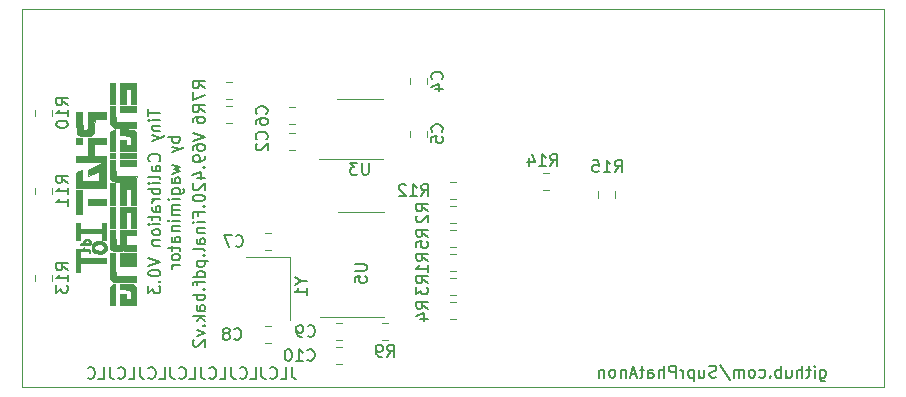
<source format=gbr>
G04 #@! TF.GenerationSoftware,KiCad,Pcbnew,5.1.10*
G04 #@! TF.CreationDate,2021-09-21T16:03:23-04:00*
G04 #@! TF.ProjectId,tinycalibrator,74696e79-6361-46c6-9962-7261746f722e,rev?*
G04 #@! TF.SameCoordinates,Original*
G04 #@! TF.FileFunction,Legend,Bot*
G04 #@! TF.FilePolarity,Positive*
%FSLAX46Y46*%
G04 Gerber Fmt 4.6, Leading zero omitted, Abs format (unit mm)*
G04 Created by KiCad (PCBNEW 5.1.10) date 2021-09-21 16:03:23*
%MOMM*%
%LPD*%
G01*
G04 APERTURE LIST*
%ADD10C,0.150000*%
G04 #@! TA.AperFunction,Profile*
%ADD11C,0.050000*%
G04 #@! TD*
%ADD12C,0.010000*%
%ADD13C,0.120000*%
G04 APERTURE END LIST*
D10*
X164590857Y-109513714D02*
X164590857Y-110323238D01*
X164638476Y-110418476D01*
X164686095Y-110466095D01*
X164781333Y-110513714D01*
X164924190Y-110513714D01*
X165019428Y-110466095D01*
X164590857Y-110132761D02*
X164686095Y-110180380D01*
X164876571Y-110180380D01*
X164971809Y-110132761D01*
X165019428Y-110085142D01*
X165067047Y-109989904D01*
X165067047Y-109704190D01*
X165019428Y-109608952D01*
X164971809Y-109561333D01*
X164876571Y-109513714D01*
X164686095Y-109513714D01*
X164590857Y-109561333D01*
X164114666Y-110180380D02*
X164114666Y-109513714D01*
X164114666Y-109180380D02*
X164162285Y-109228000D01*
X164114666Y-109275619D01*
X164067047Y-109228000D01*
X164114666Y-109180380D01*
X164114666Y-109275619D01*
X163781333Y-109513714D02*
X163400380Y-109513714D01*
X163638476Y-109180380D02*
X163638476Y-110037523D01*
X163590857Y-110132761D01*
X163495619Y-110180380D01*
X163400380Y-110180380D01*
X163067047Y-110180380D02*
X163067047Y-109180380D01*
X162638476Y-110180380D02*
X162638476Y-109656571D01*
X162686095Y-109561333D01*
X162781333Y-109513714D01*
X162924190Y-109513714D01*
X163019428Y-109561333D01*
X163067047Y-109608952D01*
X161733714Y-109513714D02*
X161733714Y-110180380D01*
X162162285Y-109513714D02*
X162162285Y-110037523D01*
X162114666Y-110132761D01*
X162019428Y-110180380D01*
X161876571Y-110180380D01*
X161781333Y-110132761D01*
X161733714Y-110085142D01*
X161257523Y-110180380D02*
X161257523Y-109180380D01*
X161257523Y-109561333D02*
X161162285Y-109513714D01*
X160971809Y-109513714D01*
X160876571Y-109561333D01*
X160828952Y-109608952D01*
X160781333Y-109704190D01*
X160781333Y-109989904D01*
X160828952Y-110085142D01*
X160876571Y-110132761D01*
X160971809Y-110180380D01*
X161162285Y-110180380D01*
X161257523Y-110132761D01*
X160352761Y-110085142D02*
X160305142Y-110132761D01*
X160352761Y-110180380D01*
X160400380Y-110132761D01*
X160352761Y-110085142D01*
X160352761Y-110180380D01*
X159448000Y-110132761D02*
X159543238Y-110180380D01*
X159733714Y-110180380D01*
X159828952Y-110132761D01*
X159876571Y-110085142D01*
X159924190Y-109989904D01*
X159924190Y-109704190D01*
X159876571Y-109608952D01*
X159828952Y-109561333D01*
X159733714Y-109513714D01*
X159543238Y-109513714D01*
X159448000Y-109561333D01*
X158876571Y-110180380D02*
X158971809Y-110132761D01*
X159019428Y-110085142D01*
X159067047Y-109989904D01*
X159067047Y-109704190D01*
X159019428Y-109608952D01*
X158971809Y-109561333D01*
X158876571Y-109513714D01*
X158733714Y-109513714D01*
X158638476Y-109561333D01*
X158590857Y-109608952D01*
X158543238Y-109704190D01*
X158543238Y-109989904D01*
X158590857Y-110085142D01*
X158638476Y-110132761D01*
X158733714Y-110180380D01*
X158876571Y-110180380D01*
X158114666Y-110180380D02*
X158114666Y-109513714D01*
X158114666Y-109608952D02*
X158067047Y-109561333D01*
X157971809Y-109513714D01*
X157828952Y-109513714D01*
X157733714Y-109561333D01*
X157686095Y-109656571D01*
X157686095Y-110180380D01*
X157686095Y-109656571D02*
X157638476Y-109561333D01*
X157543238Y-109513714D01*
X157400380Y-109513714D01*
X157305142Y-109561333D01*
X157257523Y-109656571D01*
X157257523Y-110180380D01*
X156067047Y-109132761D02*
X156924190Y-110418476D01*
X155781333Y-110132761D02*
X155638476Y-110180380D01*
X155400380Y-110180380D01*
X155305142Y-110132761D01*
X155257523Y-110085142D01*
X155209904Y-109989904D01*
X155209904Y-109894666D01*
X155257523Y-109799428D01*
X155305142Y-109751809D01*
X155400380Y-109704190D01*
X155590857Y-109656571D01*
X155686095Y-109608952D01*
X155733714Y-109561333D01*
X155781333Y-109466095D01*
X155781333Y-109370857D01*
X155733714Y-109275619D01*
X155686095Y-109228000D01*
X155590857Y-109180380D01*
X155352761Y-109180380D01*
X155209904Y-109228000D01*
X154352761Y-109513714D02*
X154352761Y-110180380D01*
X154781333Y-109513714D02*
X154781333Y-110037523D01*
X154733714Y-110132761D01*
X154638476Y-110180380D01*
X154495619Y-110180380D01*
X154400380Y-110132761D01*
X154352761Y-110085142D01*
X153876571Y-109513714D02*
X153876571Y-110513714D01*
X153876571Y-109561333D02*
X153781333Y-109513714D01*
X153590857Y-109513714D01*
X153495619Y-109561333D01*
X153448000Y-109608952D01*
X153400380Y-109704190D01*
X153400380Y-109989904D01*
X153448000Y-110085142D01*
X153495619Y-110132761D01*
X153590857Y-110180380D01*
X153781333Y-110180380D01*
X153876571Y-110132761D01*
X152971809Y-110180380D02*
X152971809Y-109513714D01*
X152971809Y-109704190D02*
X152924190Y-109608952D01*
X152876571Y-109561333D01*
X152781333Y-109513714D01*
X152686095Y-109513714D01*
X152352761Y-110180380D02*
X152352761Y-109180380D01*
X151971809Y-109180380D01*
X151876571Y-109228000D01*
X151828952Y-109275619D01*
X151781333Y-109370857D01*
X151781333Y-109513714D01*
X151828952Y-109608952D01*
X151876571Y-109656571D01*
X151971809Y-109704190D01*
X152352761Y-109704190D01*
X151352761Y-110180380D02*
X151352761Y-109180380D01*
X150924190Y-110180380D02*
X150924190Y-109656571D01*
X150971809Y-109561333D01*
X151067047Y-109513714D01*
X151209904Y-109513714D01*
X151305142Y-109561333D01*
X151352761Y-109608952D01*
X150019428Y-110180380D02*
X150019428Y-109656571D01*
X150067047Y-109561333D01*
X150162285Y-109513714D01*
X150352761Y-109513714D01*
X150448000Y-109561333D01*
X150019428Y-110132761D02*
X150114666Y-110180380D01*
X150352761Y-110180380D01*
X150448000Y-110132761D01*
X150495619Y-110037523D01*
X150495619Y-109942285D01*
X150448000Y-109847047D01*
X150352761Y-109799428D01*
X150114666Y-109799428D01*
X150019428Y-109751809D01*
X149686095Y-109513714D02*
X149305142Y-109513714D01*
X149543238Y-109180380D02*
X149543238Y-110037523D01*
X149495619Y-110132761D01*
X149400380Y-110180380D01*
X149305142Y-110180380D01*
X149019428Y-109894666D02*
X148543238Y-109894666D01*
X149114666Y-110180380D02*
X148781333Y-109180380D01*
X148448000Y-110180380D01*
X148114666Y-109513714D02*
X148114666Y-110180380D01*
X148114666Y-109608952D02*
X148067047Y-109561333D01*
X147971809Y-109513714D01*
X147828952Y-109513714D01*
X147733714Y-109561333D01*
X147686095Y-109656571D01*
X147686095Y-110180380D01*
X147067047Y-110180380D02*
X147162285Y-110132761D01*
X147209904Y-110085142D01*
X147257523Y-109989904D01*
X147257523Y-109704190D01*
X147209904Y-109608952D01*
X147162285Y-109561333D01*
X147067047Y-109513714D01*
X146924190Y-109513714D01*
X146828952Y-109561333D01*
X146781333Y-109608952D01*
X146733714Y-109704190D01*
X146733714Y-109989904D01*
X146781333Y-110085142D01*
X146828952Y-110132761D01*
X146924190Y-110180380D01*
X147067047Y-110180380D01*
X146305142Y-109513714D02*
X146305142Y-110180380D01*
X146305142Y-109608952D02*
X146257523Y-109561333D01*
X146162285Y-109513714D01*
X146019428Y-109513714D01*
X145924190Y-109561333D01*
X145876571Y-109656571D01*
X145876571Y-110180380D01*
X111466380Y-89456761D02*
X112466380Y-89790095D01*
X111466380Y-90123428D01*
X111466380Y-90885333D02*
X111466380Y-90694857D01*
X111514000Y-90599619D01*
X111561619Y-90552000D01*
X111704476Y-90456761D01*
X111894952Y-90409142D01*
X112275904Y-90409142D01*
X112371142Y-90456761D01*
X112418761Y-90504380D01*
X112466380Y-90599619D01*
X112466380Y-90790095D01*
X112418761Y-90885333D01*
X112371142Y-90932952D01*
X112275904Y-90980571D01*
X112037809Y-90980571D01*
X111942571Y-90932952D01*
X111894952Y-90885333D01*
X111847333Y-90790095D01*
X111847333Y-90599619D01*
X111894952Y-90504380D01*
X111942571Y-90456761D01*
X112037809Y-90409142D01*
X112466380Y-91456761D02*
X112466380Y-91647238D01*
X112418761Y-91742476D01*
X112371142Y-91790095D01*
X112228285Y-91885333D01*
X112037809Y-91932952D01*
X111656857Y-91932952D01*
X111561619Y-91885333D01*
X111514000Y-91837714D01*
X111466380Y-91742476D01*
X111466380Y-91552000D01*
X111514000Y-91456761D01*
X111561619Y-91409142D01*
X111656857Y-91361523D01*
X111894952Y-91361523D01*
X111990190Y-91409142D01*
X112037809Y-91456761D01*
X112085428Y-91552000D01*
X112085428Y-91742476D01*
X112037809Y-91837714D01*
X111990190Y-91885333D01*
X111894952Y-91932952D01*
X112371142Y-92361523D02*
X112418761Y-92409142D01*
X112466380Y-92361523D01*
X112418761Y-92313904D01*
X112371142Y-92361523D01*
X112466380Y-92361523D01*
X111799714Y-93266285D02*
X112466380Y-93266285D01*
X111418761Y-93028190D02*
X112133047Y-92790095D01*
X112133047Y-93409142D01*
X111561619Y-93742476D02*
X111514000Y-93790095D01*
X111466380Y-93885333D01*
X111466380Y-94123428D01*
X111514000Y-94218666D01*
X111561619Y-94266285D01*
X111656857Y-94313904D01*
X111752095Y-94313904D01*
X111894952Y-94266285D01*
X112466380Y-93694857D01*
X112466380Y-94313904D01*
X111466380Y-94932952D02*
X111466380Y-95028190D01*
X111514000Y-95123428D01*
X111561619Y-95171047D01*
X111656857Y-95218666D01*
X111847333Y-95266285D01*
X112085428Y-95266285D01*
X112275904Y-95218666D01*
X112371142Y-95171047D01*
X112418761Y-95123428D01*
X112466380Y-95028190D01*
X112466380Y-94932952D01*
X112418761Y-94837714D01*
X112371142Y-94790095D01*
X112275904Y-94742476D01*
X112085428Y-94694857D01*
X111847333Y-94694857D01*
X111656857Y-94742476D01*
X111561619Y-94790095D01*
X111514000Y-94837714D01*
X111466380Y-94932952D01*
X112371142Y-95694857D02*
X112418761Y-95742476D01*
X112466380Y-95694857D01*
X112418761Y-95647238D01*
X112371142Y-95694857D01*
X112466380Y-95694857D01*
X111942571Y-96504380D02*
X111942571Y-96171047D01*
X112466380Y-96171047D02*
X111466380Y-96171047D01*
X111466380Y-96647238D01*
X112466380Y-97028190D02*
X111799714Y-97028190D01*
X111466380Y-97028190D02*
X111514000Y-96980571D01*
X111561619Y-97028190D01*
X111514000Y-97075809D01*
X111466380Y-97028190D01*
X111561619Y-97028190D01*
X111799714Y-97504380D02*
X112466380Y-97504380D01*
X111894952Y-97504380D02*
X111847333Y-97552000D01*
X111799714Y-97647238D01*
X111799714Y-97790095D01*
X111847333Y-97885333D01*
X111942571Y-97932952D01*
X112466380Y-97932952D01*
X112466380Y-98837714D02*
X111942571Y-98837714D01*
X111847333Y-98790095D01*
X111799714Y-98694857D01*
X111799714Y-98504380D01*
X111847333Y-98409142D01*
X112418761Y-98837714D02*
X112466380Y-98742476D01*
X112466380Y-98504380D01*
X112418761Y-98409142D01*
X112323523Y-98361523D01*
X112228285Y-98361523D01*
X112133047Y-98409142D01*
X112085428Y-98504380D01*
X112085428Y-98742476D01*
X112037809Y-98837714D01*
X112466380Y-99456761D02*
X112418761Y-99361523D01*
X112323523Y-99313904D01*
X111466380Y-99313904D01*
X112371142Y-99837714D02*
X112418761Y-99885333D01*
X112466380Y-99837714D01*
X112418761Y-99790095D01*
X112371142Y-99837714D01*
X112466380Y-99837714D01*
X111799714Y-100313904D02*
X112799714Y-100313904D01*
X111847333Y-100313904D02*
X111799714Y-100409142D01*
X111799714Y-100599619D01*
X111847333Y-100694857D01*
X111894952Y-100742476D01*
X111990190Y-100790095D01*
X112275904Y-100790095D01*
X112371142Y-100742476D01*
X112418761Y-100694857D01*
X112466380Y-100599619D01*
X112466380Y-100409142D01*
X112418761Y-100313904D01*
X112466380Y-101647238D02*
X111466380Y-101647238D01*
X112418761Y-101647238D02*
X112466380Y-101552000D01*
X112466380Y-101361523D01*
X112418761Y-101266285D01*
X112371142Y-101218666D01*
X112275904Y-101171047D01*
X111990190Y-101171047D01*
X111894952Y-101218666D01*
X111847333Y-101266285D01*
X111799714Y-101361523D01*
X111799714Y-101552000D01*
X111847333Y-101647238D01*
X111799714Y-101980571D02*
X111799714Y-102361523D01*
X112466380Y-102123428D02*
X111609238Y-102123428D01*
X111514000Y-102171047D01*
X111466380Y-102266285D01*
X111466380Y-102361523D01*
X112371142Y-102694857D02*
X112418761Y-102742476D01*
X112466380Y-102694857D01*
X112418761Y-102647238D01*
X112371142Y-102694857D01*
X112466380Y-102694857D01*
X112466380Y-103171047D02*
X111466380Y-103171047D01*
X111847333Y-103171047D02*
X111799714Y-103266285D01*
X111799714Y-103456761D01*
X111847333Y-103552000D01*
X111894952Y-103599619D01*
X111990190Y-103647238D01*
X112275904Y-103647238D01*
X112371142Y-103599619D01*
X112418761Y-103552000D01*
X112466380Y-103456761D01*
X112466380Y-103266285D01*
X112418761Y-103171047D01*
X112466380Y-104504380D02*
X111942571Y-104504380D01*
X111847333Y-104456761D01*
X111799714Y-104361523D01*
X111799714Y-104171047D01*
X111847333Y-104075809D01*
X112418761Y-104504380D02*
X112466380Y-104409142D01*
X112466380Y-104171047D01*
X112418761Y-104075809D01*
X112323523Y-104028190D01*
X112228285Y-104028190D01*
X112133047Y-104075809D01*
X112085428Y-104171047D01*
X112085428Y-104409142D01*
X112037809Y-104504380D01*
X112466380Y-104980571D02*
X111466380Y-104980571D01*
X112085428Y-105075809D02*
X112466380Y-105361523D01*
X111799714Y-105361523D02*
X112180666Y-104980571D01*
X112371142Y-105790095D02*
X112418761Y-105837714D01*
X112466380Y-105790095D01*
X112418761Y-105742476D01*
X112371142Y-105790095D01*
X112466380Y-105790095D01*
X111799714Y-106171047D02*
X112466380Y-106409142D01*
X111799714Y-106647238D01*
X111561619Y-106980571D02*
X111514000Y-107028190D01*
X111466380Y-107123428D01*
X111466380Y-107361523D01*
X111514000Y-107456761D01*
X111561619Y-107504380D01*
X111656857Y-107552000D01*
X111752095Y-107552000D01*
X111894952Y-107504380D01*
X112466380Y-106932952D01*
X112466380Y-107552000D01*
X119855190Y-109307380D02*
X119855190Y-110021666D01*
X119902809Y-110164523D01*
X119998047Y-110259761D01*
X120140904Y-110307380D01*
X120236142Y-110307380D01*
X118902809Y-110307380D02*
X119379000Y-110307380D01*
X119379000Y-109307380D01*
X117998047Y-110212142D02*
X118045666Y-110259761D01*
X118188523Y-110307380D01*
X118283761Y-110307380D01*
X118426619Y-110259761D01*
X118521857Y-110164523D01*
X118569476Y-110069285D01*
X118617095Y-109878809D01*
X118617095Y-109735952D01*
X118569476Y-109545476D01*
X118521857Y-109450238D01*
X118426619Y-109355000D01*
X118283761Y-109307380D01*
X118188523Y-109307380D01*
X118045666Y-109355000D01*
X117998047Y-109402619D01*
X117283761Y-109307380D02*
X117283761Y-110021666D01*
X117331380Y-110164523D01*
X117426619Y-110259761D01*
X117569476Y-110307380D01*
X117664714Y-110307380D01*
X116331380Y-110307380D02*
X116807571Y-110307380D01*
X116807571Y-109307380D01*
X115426619Y-110212142D02*
X115474238Y-110259761D01*
X115617095Y-110307380D01*
X115712333Y-110307380D01*
X115855190Y-110259761D01*
X115950428Y-110164523D01*
X115998047Y-110069285D01*
X116045666Y-109878809D01*
X116045666Y-109735952D01*
X115998047Y-109545476D01*
X115950428Y-109450238D01*
X115855190Y-109355000D01*
X115712333Y-109307380D01*
X115617095Y-109307380D01*
X115474238Y-109355000D01*
X115426619Y-109402619D01*
X114712333Y-109307380D02*
X114712333Y-110021666D01*
X114759952Y-110164523D01*
X114855190Y-110259761D01*
X114998047Y-110307380D01*
X115093285Y-110307380D01*
X113759952Y-110307380D02*
X114236142Y-110307380D01*
X114236142Y-109307380D01*
X112855190Y-110212142D02*
X112902809Y-110259761D01*
X113045666Y-110307380D01*
X113140904Y-110307380D01*
X113283761Y-110259761D01*
X113379000Y-110164523D01*
X113426619Y-110069285D01*
X113474238Y-109878809D01*
X113474238Y-109735952D01*
X113426619Y-109545476D01*
X113379000Y-109450238D01*
X113283761Y-109355000D01*
X113140904Y-109307380D01*
X113045666Y-109307380D01*
X112902809Y-109355000D01*
X112855190Y-109402619D01*
X112140904Y-109307380D02*
X112140904Y-110021666D01*
X112188523Y-110164523D01*
X112283761Y-110259761D01*
X112426619Y-110307380D01*
X112521857Y-110307380D01*
X111188523Y-110307380D02*
X111664714Y-110307380D01*
X111664714Y-109307380D01*
X110283761Y-110212142D02*
X110331380Y-110259761D01*
X110474238Y-110307380D01*
X110569476Y-110307380D01*
X110712333Y-110259761D01*
X110807571Y-110164523D01*
X110855190Y-110069285D01*
X110902809Y-109878809D01*
X110902809Y-109735952D01*
X110855190Y-109545476D01*
X110807571Y-109450238D01*
X110712333Y-109355000D01*
X110569476Y-109307380D01*
X110474238Y-109307380D01*
X110331380Y-109355000D01*
X110283761Y-109402619D01*
X109569476Y-109307380D02*
X109569476Y-110021666D01*
X109617095Y-110164523D01*
X109712333Y-110259761D01*
X109855190Y-110307380D01*
X109950428Y-110307380D01*
X108617095Y-110307380D02*
X109093285Y-110307380D01*
X109093285Y-109307380D01*
X107712333Y-110212142D02*
X107759952Y-110259761D01*
X107902809Y-110307380D01*
X107998047Y-110307380D01*
X108140904Y-110259761D01*
X108236142Y-110164523D01*
X108283761Y-110069285D01*
X108331380Y-109878809D01*
X108331380Y-109735952D01*
X108283761Y-109545476D01*
X108236142Y-109450238D01*
X108140904Y-109355000D01*
X107998047Y-109307380D01*
X107902809Y-109307380D01*
X107759952Y-109355000D01*
X107712333Y-109402619D01*
X106998047Y-109307380D02*
X106998047Y-110021666D01*
X107045666Y-110164523D01*
X107140904Y-110259761D01*
X107283761Y-110307380D01*
X107379000Y-110307380D01*
X106045666Y-110307380D02*
X106521857Y-110307380D01*
X106521857Y-109307380D01*
X105140904Y-110212142D02*
X105188523Y-110259761D01*
X105331380Y-110307380D01*
X105426619Y-110307380D01*
X105569476Y-110259761D01*
X105664714Y-110164523D01*
X105712333Y-110069285D01*
X105759952Y-109878809D01*
X105759952Y-109735952D01*
X105712333Y-109545476D01*
X105664714Y-109450238D01*
X105569476Y-109355000D01*
X105426619Y-109307380D01*
X105331380Y-109307380D01*
X105188523Y-109355000D01*
X105140904Y-109402619D01*
X104426619Y-109307380D02*
X104426619Y-110021666D01*
X104474238Y-110164523D01*
X104569476Y-110259761D01*
X104712333Y-110307380D01*
X104807571Y-110307380D01*
X103474238Y-110307380D02*
X103950428Y-110307380D01*
X103950428Y-109307380D01*
X102569476Y-110212142D02*
X102617095Y-110259761D01*
X102759952Y-110307380D01*
X102855190Y-110307380D01*
X102998047Y-110259761D01*
X103093285Y-110164523D01*
X103140904Y-110069285D01*
X103188523Y-109878809D01*
X103188523Y-109735952D01*
X103140904Y-109545476D01*
X103093285Y-109450238D01*
X102998047Y-109355000D01*
X102855190Y-109307380D01*
X102759952Y-109307380D01*
X102617095Y-109355000D01*
X102569476Y-109402619D01*
X107720380Y-87480166D02*
X107720380Y-88051595D01*
X108720380Y-87765880D02*
X107720380Y-87765880D01*
X108720380Y-88384928D02*
X108053714Y-88384928D01*
X107720380Y-88384928D02*
X107768000Y-88337309D01*
X107815619Y-88384928D01*
X107768000Y-88432547D01*
X107720380Y-88384928D01*
X107815619Y-88384928D01*
X108053714Y-88861119D02*
X108720380Y-88861119D01*
X108148952Y-88861119D02*
X108101333Y-88908738D01*
X108053714Y-89003976D01*
X108053714Y-89146833D01*
X108101333Y-89242071D01*
X108196571Y-89289690D01*
X108720380Y-89289690D01*
X108053714Y-89670642D02*
X108720380Y-89908738D01*
X108053714Y-90146833D02*
X108720380Y-89908738D01*
X108958476Y-89813500D01*
X109006095Y-89765880D01*
X109053714Y-89670642D01*
X108625142Y-91861119D02*
X108672761Y-91813500D01*
X108720380Y-91670642D01*
X108720380Y-91575404D01*
X108672761Y-91432547D01*
X108577523Y-91337309D01*
X108482285Y-91289690D01*
X108291809Y-91242071D01*
X108148952Y-91242071D01*
X107958476Y-91289690D01*
X107863238Y-91337309D01*
X107768000Y-91432547D01*
X107720380Y-91575404D01*
X107720380Y-91670642D01*
X107768000Y-91813500D01*
X107815619Y-91861119D01*
X108720380Y-92718261D02*
X108196571Y-92718261D01*
X108101333Y-92670642D01*
X108053714Y-92575404D01*
X108053714Y-92384928D01*
X108101333Y-92289690D01*
X108672761Y-92718261D02*
X108720380Y-92623023D01*
X108720380Y-92384928D01*
X108672761Y-92289690D01*
X108577523Y-92242071D01*
X108482285Y-92242071D01*
X108387047Y-92289690D01*
X108339428Y-92384928D01*
X108339428Y-92623023D01*
X108291809Y-92718261D01*
X108720380Y-93337309D02*
X108672761Y-93242071D01*
X108577523Y-93194452D01*
X107720380Y-93194452D01*
X108720380Y-93718261D02*
X108053714Y-93718261D01*
X107720380Y-93718261D02*
X107768000Y-93670642D01*
X107815619Y-93718261D01*
X107768000Y-93765880D01*
X107720380Y-93718261D01*
X107815619Y-93718261D01*
X108720380Y-94194452D02*
X107720380Y-94194452D01*
X108101333Y-94194452D02*
X108053714Y-94289690D01*
X108053714Y-94480166D01*
X108101333Y-94575404D01*
X108148952Y-94623023D01*
X108244190Y-94670642D01*
X108529904Y-94670642D01*
X108625142Y-94623023D01*
X108672761Y-94575404D01*
X108720380Y-94480166D01*
X108720380Y-94289690D01*
X108672761Y-94194452D01*
X108720380Y-95099214D02*
X108053714Y-95099214D01*
X108244190Y-95099214D02*
X108148952Y-95146833D01*
X108101333Y-95194452D01*
X108053714Y-95289690D01*
X108053714Y-95384928D01*
X108720380Y-96146833D02*
X108196571Y-96146833D01*
X108101333Y-96099214D01*
X108053714Y-96003976D01*
X108053714Y-95813500D01*
X108101333Y-95718261D01*
X108672761Y-96146833D02*
X108720380Y-96051595D01*
X108720380Y-95813500D01*
X108672761Y-95718261D01*
X108577523Y-95670642D01*
X108482285Y-95670642D01*
X108387047Y-95718261D01*
X108339428Y-95813500D01*
X108339428Y-96051595D01*
X108291809Y-96146833D01*
X108053714Y-96480166D02*
X108053714Y-96861119D01*
X107720380Y-96623023D02*
X108577523Y-96623023D01*
X108672761Y-96670642D01*
X108720380Y-96765880D01*
X108720380Y-96861119D01*
X108720380Y-97194452D02*
X108053714Y-97194452D01*
X107720380Y-97194452D02*
X107768000Y-97146833D01*
X107815619Y-97194452D01*
X107768000Y-97242071D01*
X107720380Y-97194452D01*
X107815619Y-97194452D01*
X108720380Y-97813500D02*
X108672761Y-97718261D01*
X108625142Y-97670642D01*
X108529904Y-97623023D01*
X108244190Y-97623023D01*
X108148952Y-97670642D01*
X108101333Y-97718261D01*
X108053714Y-97813500D01*
X108053714Y-97956357D01*
X108101333Y-98051595D01*
X108148952Y-98099214D01*
X108244190Y-98146833D01*
X108529904Y-98146833D01*
X108625142Y-98099214D01*
X108672761Y-98051595D01*
X108720380Y-97956357D01*
X108720380Y-97813500D01*
X108053714Y-98575404D02*
X108720380Y-98575404D01*
X108148952Y-98575404D02*
X108101333Y-98623023D01*
X108053714Y-98718261D01*
X108053714Y-98861119D01*
X108101333Y-98956357D01*
X108196571Y-99003976D01*
X108720380Y-99003976D01*
X107720380Y-100099214D02*
X108720380Y-100432547D01*
X107720380Y-100765880D01*
X107720380Y-101289690D02*
X107720380Y-101384928D01*
X107768000Y-101480166D01*
X107815619Y-101527785D01*
X107910857Y-101575404D01*
X108101333Y-101623023D01*
X108339428Y-101623023D01*
X108529904Y-101575404D01*
X108625142Y-101527785D01*
X108672761Y-101480166D01*
X108720380Y-101384928D01*
X108720380Y-101289690D01*
X108672761Y-101194452D01*
X108625142Y-101146833D01*
X108529904Y-101099214D01*
X108339428Y-101051595D01*
X108101333Y-101051595D01*
X107910857Y-101099214D01*
X107815619Y-101146833D01*
X107768000Y-101194452D01*
X107720380Y-101289690D01*
X108625142Y-102051595D02*
X108672761Y-102099214D01*
X108720380Y-102051595D01*
X108672761Y-102003976D01*
X108625142Y-102051595D01*
X108720380Y-102051595D01*
X107720380Y-102432547D02*
X107720380Y-103051595D01*
X108101333Y-102718261D01*
X108101333Y-102861119D01*
X108148952Y-102956357D01*
X108196571Y-103003976D01*
X108291809Y-103051595D01*
X108529904Y-103051595D01*
X108625142Y-103003976D01*
X108672761Y-102956357D01*
X108720380Y-102861119D01*
X108720380Y-102575404D01*
X108672761Y-102480166D01*
X108625142Y-102432547D01*
X110370380Y-89813500D02*
X109370380Y-89813500D01*
X109751333Y-89813500D02*
X109703714Y-89908738D01*
X109703714Y-90099214D01*
X109751333Y-90194452D01*
X109798952Y-90242071D01*
X109894190Y-90289690D01*
X110179904Y-90289690D01*
X110275142Y-90242071D01*
X110322761Y-90194452D01*
X110370380Y-90099214D01*
X110370380Y-89908738D01*
X110322761Y-89813500D01*
X109703714Y-90623023D02*
X110370380Y-90861119D01*
X109703714Y-91099214D02*
X110370380Y-90861119D01*
X110608476Y-90765880D01*
X110656095Y-90718261D01*
X110703714Y-90623023D01*
X109703714Y-92146833D02*
X110370380Y-92337309D01*
X109894190Y-92527785D01*
X110370380Y-92718261D01*
X109703714Y-92908738D01*
X110370380Y-93718261D02*
X109846571Y-93718261D01*
X109751333Y-93670642D01*
X109703714Y-93575404D01*
X109703714Y-93384928D01*
X109751333Y-93289690D01*
X110322761Y-93718261D02*
X110370380Y-93623023D01*
X110370380Y-93384928D01*
X110322761Y-93289690D01*
X110227523Y-93242071D01*
X110132285Y-93242071D01*
X110037047Y-93289690D01*
X109989428Y-93384928D01*
X109989428Y-93623023D01*
X109941809Y-93718261D01*
X109703714Y-94623023D02*
X110513238Y-94623023D01*
X110608476Y-94575404D01*
X110656095Y-94527785D01*
X110703714Y-94432547D01*
X110703714Y-94289690D01*
X110656095Y-94194452D01*
X110322761Y-94623023D02*
X110370380Y-94527785D01*
X110370380Y-94337309D01*
X110322761Y-94242071D01*
X110275142Y-94194452D01*
X110179904Y-94146833D01*
X109894190Y-94146833D01*
X109798952Y-94194452D01*
X109751333Y-94242071D01*
X109703714Y-94337309D01*
X109703714Y-94527785D01*
X109751333Y-94623023D01*
X110370380Y-95099214D02*
X109703714Y-95099214D01*
X109370380Y-95099214D02*
X109418000Y-95051595D01*
X109465619Y-95099214D01*
X109418000Y-95146833D01*
X109370380Y-95099214D01*
X109465619Y-95099214D01*
X110370380Y-95575404D02*
X109703714Y-95575404D01*
X109798952Y-95575404D02*
X109751333Y-95623023D01*
X109703714Y-95718261D01*
X109703714Y-95861119D01*
X109751333Y-95956357D01*
X109846571Y-96003976D01*
X110370380Y-96003976D01*
X109846571Y-96003976D02*
X109751333Y-96051595D01*
X109703714Y-96146833D01*
X109703714Y-96289690D01*
X109751333Y-96384928D01*
X109846571Y-96432547D01*
X110370380Y-96432547D01*
X110370380Y-96908738D02*
X109703714Y-96908738D01*
X109370380Y-96908738D02*
X109418000Y-96861119D01*
X109465619Y-96908738D01*
X109418000Y-96956357D01*
X109370380Y-96908738D01*
X109465619Y-96908738D01*
X109703714Y-97384928D02*
X110370380Y-97384928D01*
X109798952Y-97384928D02*
X109751333Y-97432547D01*
X109703714Y-97527785D01*
X109703714Y-97670642D01*
X109751333Y-97765880D01*
X109846571Y-97813500D01*
X110370380Y-97813500D01*
X110370380Y-98718261D02*
X109846571Y-98718261D01*
X109751333Y-98670642D01*
X109703714Y-98575404D01*
X109703714Y-98384928D01*
X109751333Y-98289690D01*
X110322761Y-98718261D02*
X110370380Y-98623023D01*
X110370380Y-98384928D01*
X110322761Y-98289690D01*
X110227523Y-98242071D01*
X110132285Y-98242071D01*
X110037047Y-98289690D01*
X109989428Y-98384928D01*
X109989428Y-98623023D01*
X109941809Y-98718261D01*
X109703714Y-99051595D02*
X109703714Y-99432547D01*
X109370380Y-99194452D02*
X110227523Y-99194452D01*
X110322761Y-99242071D01*
X110370380Y-99337309D01*
X110370380Y-99432547D01*
X110370380Y-99908738D02*
X110322761Y-99813500D01*
X110275142Y-99765880D01*
X110179904Y-99718261D01*
X109894190Y-99718261D01*
X109798952Y-99765880D01*
X109751333Y-99813500D01*
X109703714Y-99908738D01*
X109703714Y-100051595D01*
X109751333Y-100146833D01*
X109798952Y-100194452D01*
X109894190Y-100242071D01*
X110179904Y-100242071D01*
X110275142Y-100194452D01*
X110322761Y-100146833D01*
X110370380Y-100051595D01*
X110370380Y-99908738D01*
X110370380Y-100670642D02*
X109703714Y-100670642D01*
X109894190Y-100670642D02*
X109798952Y-100718261D01*
X109751333Y-100765880D01*
X109703714Y-100861119D01*
X109703714Y-100956357D01*
D11*
X97000000Y-111000000D02*
X170000000Y-111000000D01*
X97000000Y-79000000D02*
X97000000Y-111000000D01*
X170000000Y-79000000D02*
X97000000Y-79000000D01*
X170000000Y-111000000D02*
X170000000Y-79000000D01*
D12*
G04 #@! TO.C,G\u002A\u002A\u002A*
G36*
X105812167Y-87058500D02*
G01*
X105812167Y-85746167D01*
X106235500Y-85746167D01*
X106235500Y-87058500D01*
X106701167Y-87058500D01*
X106701167Y-85238167D01*
X105346500Y-85238167D01*
X105346500Y-87058500D01*
X105812167Y-87058500D01*
G37*
X105812167Y-87058500D02*
X105812167Y-85746167D01*
X106235500Y-85746167D01*
X106235500Y-87058500D01*
X106701167Y-87058500D01*
X106701167Y-85238167D01*
X105346500Y-85238167D01*
X105346500Y-87058500D01*
X105812167Y-87058500D01*
G36*
X106701167Y-87693500D02*
G01*
X106701167Y-87227833D01*
X105346500Y-87227833D01*
X105346500Y-87693500D01*
X106701167Y-87693500D01*
G37*
X106701167Y-87693500D02*
X106701167Y-87227833D01*
X105346500Y-87227833D01*
X105346500Y-87693500D01*
X106701167Y-87693500D01*
G36*
X104458101Y-88276662D02*
G01*
X104465639Y-88509959D01*
X104488716Y-88690718D01*
X104535931Y-88825641D01*
X104615886Y-88921429D01*
X104737182Y-88984785D01*
X104908421Y-89022411D01*
X105138203Y-89041009D01*
X105435129Y-89047280D01*
X105807800Y-89047927D01*
X105822750Y-89047930D01*
X106701167Y-89048167D01*
X106701167Y-88540167D01*
X105878690Y-88540167D01*
X105586796Y-88539206D01*
X105368110Y-88535754D01*
X105211187Y-88528955D01*
X105104584Y-88517951D01*
X105036857Y-88501887D01*
X104996563Y-88479906D01*
X104989690Y-88473643D01*
X104962143Y-88431022D01*
X104943096Y-88358610D01*
X104931170Y-88242809D01*
X104924987Y-88070024D01*
X104923168Y-87826659D01*
X104923167Y-87817476D01*
X104923167Y-87227833D01*
X104457500Y-87227833D01*
X104457500Y-87984124D01*
X104458101Y-88276662D01*
G37*
X104458101Y-88276662D02*
X104465639Y-88509959D01*
X104488716Y-88690718D01*
X104535931Y-88825641D01*
X104615886Y-88921429D01*
X104737182Y-88984785D01*
X104908421Y-89022411D01*
X105138203Y-89041009D01*
X105435129Y-89047280D01*
X105807800Y-89047927D01*
X105822750Y-89047930D01*
X106701167Y-89048167D01*
X106701167Y-88540167D01*
X105878690Y-88540167D01*
X105586796Y-88539206D01*
X105368110Y-88535754D01*
X105211187Y-88528955D01*
X105104584Y-88517951D01*
X105036857Y-88501887D01*
X104996563Y-88479906D01*
X104989690Y-88473643D01*
X104962143Y-88431022D01*
X104943096Y-88358610D01*
X104931170Y-88242809D01*
X104924987Y-88070024D01*
X104923168Y-87826659D01*
X104923167Y-87817476D01*
X104923167Y-87227833D01*
X104457500Y-87227833D01*
X104457500Y-87984124D01*
X104458101Y-88276662D01*
G36*
X105716917Y-89683815D02*
G01*
X105892010Y-89688507D01*
X106038853Y-89700461D01*
X106133663Y-89717442D01*
X106150833Y-89724577D01*
X106185073Y-89772412D01*
X106208689Y-89873394D01*
X106224023Y-90040179D01*
X106229129Y-90147263D01*
X106243924Y-90529833D01*
X105812167Y-90529833D01*
X105812167Y-90064167D01*
X105346500Y-90064167D01*
X105346500Y-90995500D01*
X106701167Y-90995500D01*
X106698483Y-90265250D01*
X106695441Y-90018582D01*
X106688709Y-89796063D01*
X106679086Y-89613805D01*
X106667368Y-89487923D01*
X106657613Y-89440017D01*
X106594027Y-89335156D01*
X106492909Y-89259966D01*
X106342855Y-89210738D01*
X106132463Y-89183762D01*
X105850330Y-89175330D01*
X105843917Y-89175325D01*
X105346500Y-89175167D01*
X105346500Y-89683167D01*
X105716917Y-89683815D01*
G37*
X105716917Y-89683815D02*
X105892010Y-89688507D01*
X106038853Y-89700461D01*
X106133663Y-89717442D01*
X106150833Y-89724577D01*
X106185073Y-89772412D01*
X106208689Y-89873394D01*
X106224023Y-90040179D01*
X106229129Y-90147263D01*
X106243924Y-90529833D01*
X105812167Y-90529833D01*
X105812167Y-90064167D01*
X105346500Y-90064167D01*
X105346500Y-90995500D01*
X106701167Y-90995500D01*
X106698483Y-90265250D01*
X106695441Y-90018582D01*
X106688709Y-89796063D01*
X106679086Y-89613805D01*
X106667368Y-89487923D01*
X106657613Y-89440017D01*
X106594027Y-89335156D01*
X106492909Y-89259966D01*
X106342855Y-89210738D01*
X106132463Y-89183762D01*
X105850330Y-89175330D01*
X105843917Y-89175325D01*
X105346500Y-89175167D01*
X105346500Y-89683167D01*
X105716917Y-89683815D01*
G36*
X106701167Y-91630500D02*
G01*
X106701167Y-91164833D01*
X105346500Y-91164833D01*
X105346500Y-91630500D01*
X106701167Y-91630500D01*
G37*
X106701167Y-91630500D02*
X106701167Y-91164833D01*
X105346500Y-91164833D01*
X105346500Y-91630500D01*
X106701167Y-91630500D01*
G36*
X106701167Y-92265500D02*
G01*
X106701167Y-91799833D01*
X105346500Y-91799833D01*
X105346500Y-92265500D01*
X106701167Y-92265500D01*
G37*
X106701167Y-92265500D02*
X106701167Y-91799833D01*
X105346500Y-91799833D01*
X105346500Y-92265500D01*
X106701167Y-92265500D01*
G36*
X104577297Y-93450144D02*
G01*
X104643172Y-93505248D01*
X104724166Y-93547670D01*
X104830958Y-93578699D01*
X104974228Y-93599623D01*
X105164655Y-93611730D01*
X105412918Y-93616308D01*
X105729695Y-93614645D01*
X105918000Y-93611861D01*
X106680000Y-93599000D01*
X106692696Y-93355583D01*
X106705392Y-93112167D01*
X105880803Y-93112167D01*
X105588515Y-93111210D01*
X105369449Y-93107773D01*
X105212179Y-93101001D01*
X105105275Y-93090041D01*
X105037309Y-93074041D01*
X104996854Y-93052146D01*
X104989690Y-93045643D01*
X104962143Y-93003022D01*
X104943096Y-92930610D01*
X104931170Y-92814809D01*
X104924987Y-92642024D01*
X104923168Y-92398659D01*
X104923167Y-92389476D01*
X104923167Y-91799833D01*
X104457500Y-91799833D01*
X104457500Y-93330346D01*
X104577297Y-93450144D01*
G37*
X104577297Y-93450144D02*
X104643172Y-93505248D01*
X104724166Y-93547670D01*
X104830958Y-93578699D01*
X104974228Y-93599623D01*
X105164655Y-93611730D01*
X105412918Y-93616308D01*
X105729695Y-93614645D01*
X105918000Y-93611861D01*
X106680000Y-93599000D01*
X106692696Y-93355583D01*
X106705392Y-93112167D01*
X105880803Y-93112167D01*
X105588515Y-93111210D01*
X105369449Y-93107773D01*
X105212179Y-93101001D01*
X105105275Y-93090041D01*
X105037309Y-93074041D01*
X104996854Y-93052146D01*
X104989690Y-93045643D01*
X104962143Y-93003022D01*
X104943096Y-92930610D01*
X104931170Y-92814809D01*
X104924987Y-92642024D01*
X104923168Y-92398659D01*
X104923167Y-92389476D01*
X104923167Y-91799833D01*
X104457500Y-91799833D01*
X104457500Y-93330346D01*
X104577297Y-93450144D01*
G36*
X105812167Y-95567500D02*
G01*
X105812167Y-94255167D01*
X106235500Y-94255167D01*
X106235500Y-95567500D01*
X106701167Y-95567500D01*
X106701167Y-93747167D01*
X105346500Y-93747167D01*
X105346500Y-95567500D01*
X105812167Y-95567500D01*
G37*
X105812167Y-95567500D02*
X105812167Y-94255167D01*
X106235500Y-94255167D01*
X106235500Y-95567500D01*
X106701167Y-95567500D01*
X106701167Y-93747167D01*
X105346500Y-93747167D01*
X105346500Y-95567500D01*
X105812167Y-95567500D01*
G36*
X105812167Y-97514833D02*
G01*
X105812167Y-96202500D01*
X106235500Y-96202500D01*
X106235500Y-97514833D01*
X106701167Y-97514833D01*
X106701167Y-95736833D01*
X105346500Y-95736833D01*
X105346500Y-97514833D01*
X105812167Y-97514833D01*
G37*
X105812167Y-97514833D02*
X105812167Y-96202500D01*
X106235500Y-96202500D01*
X106235500Y-97514833D01*
X106701167Y-97514833D01*
X106701167Y-95736833D01*
X105346500Y-95736833D01*
X105346500Y-97514833D01*
X105812167Y-97514833D01*
G36*
X104580588Y-99344590D02*
G01*
X104647380Y-99413482D01*
X104712152Y-99455771D01*
X104798860Y-99479336D01*
X104931454Y-99492056D01*
X105046806Y-99497932D01*
X105243743Y-99501699D01*
X105377342Y-99490070D01*
X105467916Y-99460722D01*
X105491336Y-99447075D01*
X105569782Y-99404941D01*
X105618335Y-99415685D01*
X105644134Y-99442568D01*
X105687452Y-99470587D01*
X105771120Y-99489219D01*
X105908389Y-99499943D01*
X106112508Y-99504240D01*
X106198350Y-99504500D01*
X106701167Y-99504500D01*
X106701167Y-98996500D01*
X106307466Y-98996500D01*
X106091256Y-98990672D01*
X105940573Y-98973882D01*
X105864543Y-98947174D01*
X105862966Y-98945700D01*
X105835661Y-98873674D01*
X105818272Y-98728811D01*
X105812167Y-98522506D01*
X105812167Y-98149833D01*
X106701167Y-98149833D01*
X106701167Y-97684167D01*
X105346500Y-97684167D01*
X105346500Y-98258450D01*
X105343370Y-98476892D01*
X105334800Y-98669925D01*
X105322024Y-98819100D01*
X105306272Y-98905970D01*
X105302677Y-98914616D01*
X105220843Y-98982481D01*
X105134833Y-98996500D01*
X105015962Y-98966450D01*
X104966989Y-98914616D01*
X104950767Y-98843283D01*
X104937258Y-98705743D01*
X104927697Y-98520446D01*
X104923314Y-98305838D01*
X104923167Y-98258450D01*
X104923167Y-97684167D01*
X104457500Y-97684167D01*
X104457500Y-99206831D01*
X104580588Y-99344590D01*
G37*
X104580588Y-99344590D02*
X104647380Y-99413482D01*
X104712152Y-99455771D01*
X104798860Y-99479336D01*
X104931454Y-99492056D01*
X105046806Y-99497932D01*
X105243743Y-99501699D01*
X105377342Y-99490070D01*
X105467916Y-99460722D01*
X105491336Y-99447075D01*
X105569782Y-99404941D01*
X105618335Y-99415685D01*
X105644134Y-99442568D01*
X105687452Y-99470587D01*
X105771120Y-99489219D01*
X105908389Y-99499943D01*
X106112508Y-99504240D01*
X106198350Y-99504500D01*
X106701167Y-99504500D01*
X106701167Y-98996500D01*
X106307466Y-98996500D01*
X106091256Y-98990672D01*
X105940573Y-98973882D01*
X105864543Y-98947174D01*
X105862966Y-98945700D01*
X105835661Y-98873674D01*
X105818272Y-98728811D01*
X105812167Y-98522506D01*
X105812167Y-98149833D01*
X106701167Y-98149833D01*
X106701167Y-97684167D01*
X105346500Y-97684167D01*
X105346500Y-98258450D01*
X105343370Y-98476892D01*
X105334800Y-98669925D01*
X105322024Y-98819100D01*
X105306272Y-98905970D01*
X105302677Y-98914616D01*
X105220843Y-98982481D01*
X105134833Y-98996500D01*
X105015962Y-98966450D01*
X104966989Y-98914616D01*
X104950767Y-98843283D01*
X104937258Y-98705743D01*
X104927697Y-98520446D01*
X104923314Y-98305838D01*
X104923167Y-98258450D01*
X104923167Y-97684167D01*
X104457500Y-97684167D01*
X104457500Y-99206831D01*
X104580588Y-99344590D01*
G36*
X106701167Y-100139500D02*
G01*
X106701167Y-99631500D01*
X105346500Y-99631500D01*
X105346500Y-100139500D01*
X106701167Y-100139500D01*
G37*
X106701167Y-100139500D02*
X106701167Y-99631500D01*
X105346500Y-99631500D01*
X105346500Y-100139500D01*
X106701167Y-100139500D01*
G36*
X106701167Y-100774500D02*
G01*
X106701167Y-100266500D01*
X105346500Y-100266500D01*
X105346500Y-100774500D01*
X106701167Y-100774500D01*
G37*
X106701167Y-100774500D02*
X106701167Y-100266500D01*
X105346500Y-100266500D01*
X105346500Y-100774500D01*
X106701167Y-100774500D01*
G36*
X104581243Y-101963090D02*
G01*
X104704987Y-102086833D01*
X106701167Y-102086833D01*
X106701167Y-101621167D01*
X105882228Y-101621167D01*
X105596519Y-101620507D01*
X105383465Y-101617830D01*
X105231062Y-101612090D01*
X105127303Y-101602243D01*
X105060184Y-101587242D01*
X105017699Y-101566043D01*
X104993228Y-101543750D01*
X104964629Y-101498946D01*
X104944790Y-101429086D01*
X104932250Y-101320060D01*
X104925551Y-101157761D01*
X104923233Y-100928082D01*
X104923167Y-100866416D01*
X104923167Y-100266500D01*
X104457500Y-100266500D01*
X104457500Y-101839346D01*
X104581243Y-101963090D01*
G37*
X104581243Y-101963090D02*
X104704987Y-102086833D01*
X106701167Y-102086833D01*
X106701167Y-101621167D01*
X105882228Y-101621167D01*
X105596519Y-101620507D01*
X105383465Y-101617830D01*
X105231062Y-101612090D01*
X105127303Y-101602243D01*
X105060184Y-101587242D01*
X105017699Y-101566043D01*
X104993228Y-101543750D01*
X104964629Y-101498946D01*
X104944790Y-101429086D01*
X104932250Y-101320060D01*
X104925551Y-101157761D01*
X104923233Y-100928082D01*
X104923167Y-100866416D01*
X104923167Y-100266500D01*
X104457500Y-100266500D01*
X104457500Y-101839346D01*
X104581243Y-101963090D01*
G36*
X105698242Y-102721833D02*
G01*
X105913630Y-102726255D01*
X106059034Y-102748362D01*
X106149021Y-102801415D01*
X106198157Y-102898675D01*
X106221010Y-103053403D01*
X106229261Y-103205253D01*
X106244188Y-103568500D01*
X105812167Y-103568500D01*
X105812167Y-103145167D01*
X105346500Y-103145167D01*
X105346500Y-104076500D01*
X106701167Y-104076500D01*
X106698483Y-103346250D01*
X106695562Y-103100103D01*
X106689162Y-102878605D01*
X106680040Y-102697718D01*
X106668951Y-102573406D01*
X106659677Y-102526597D01*
X106601271Y-102437949D01*
X106510586Y-102348343D01*
X106508485Y-102346680D01*
X106451826Y-102308301D01*
X106386008Y-102282525D01*
X106293739Y-102266903D01*
X106157731Y-102258983D01*
X105960692Y-102256314D01*
X105869957Y-102256167D01*
X105346500Y-102256167D01*
X105346500Y-102721833D01*
X105698242Y-102721833D01*
G37*
X105698242Y-102721833D02*
X105913630Y-102726255D01*
X106059034Y-102748362D01*
X106149021Y-102801415D01*
X106198157Y-102898675D01*
X106221010Y-103053403D01*
X106229261Y-103205253D01*
X106244188Y-103568500D01*
X105812167Y-103568500D01*
X105812167Y-103145167D01*
X105346500Y-103145167D01*
X105346500Y-104076500D01*
X106701167Y-104076500D01*
X106698483Y-103346250D01*
X106695562Y-103100103D01*
X106689162Y-102878605D01*
X106680040Y-102697718D01*
X106668951Y-102573406D01*
X106659677Y-102526597D01*
X106601271Y-102437949D01*
X106510586Y-102348343D01*
X106508485Y-102346680D01*
X106451826Y-102308301D01*
X106386008Y-102282525D01*
X106293739Y-102266903D01*
X106157731Y-102258983D01*
X105960692Y-102256314D01*
X105869957Y-102256167D01*
X105346500Y-102256167D01*
X105346500Y-102721833D01*
X105698242Y-102721833D01*
G36*
X104923167Y-87058500D02*
G01*
X104923167Y-85238167D01*
X104457500Y-85238167D01*
X104457500Y-87058500D01*
X104923167Y-87058500D01*
G37*
X104923167Y-87058500D02*
X104923167Y-85238167D01*
X104457500Y-85238167D01*
X104457500Y-87058500D01*
X104923167Y-87058500D01*
G36*
X104923167Y-90995500D02*
G01*
X104923167Y-89165988D01*
X104806750Y-89193255D01*
X104701314Y-89242489D01*
X104591455Y-89328656D01*
X104573917Y-89346679D01*
X104457500Y-89472836D01*
X104457500Y-90995500D01*
X104923167Y-90995500D01*
G37*
X104923167Y-90995500D02*
X104923167Y-89165988D01*
X104806750Y-89193255D01*
X104701314Y-89242489D01*
X104591455Y-89328656D01*
X104573917Y-89346679D01*
X104457500Y-89472836D01*
X104457500Y-90995500D01*
X104923167Y-90995500D01*
G36*
X104923167Y-91630500D02*
G01*
X104923167Y-91164833D01*
X104457500Y-91164833D01*
X104457500Y-91630500D01*
X104923167Y-91630500D01*
G37*
X104923167Y-91630500D02*
X104923167Y-91164833D01*
X104457500Y-91164833D01*
X104457500Y-91630500D01*
X104923167Y-91630500D01*
G36*
X104923167Y-95567500D02*
G01*
X104923167Y-93747167D01*
X104457500Y-93747167D01*
X104457500Y-95567500D01*
X104923167Y-95567500D01*
G37*
X104923167Y-95567500D02*
X104923167Y-93747167D01*
X104457500Y-93747167D01*
X104457500Y-95567500D01*
X104923167Y-95567500D01*
G36*
X104923167Y-97514833D02*
G01*
X104923167Y-95736833D01*
X104457500Y-95736833D01*
X104457500Y-97514833D01*
X104923167Y-97514833D01*
G37*
X104923167Y-97514833D02*
X104923167Y-95736833D01*
X104457500Y-95736833D01*
X104457500Y-97514833D01*
X104923167Y-97514833D01*
G36*
X104923167Y-100139500D02*
G01*
X104923167Y-99631500D01*
X104457500Y-99631500D01*
X104457500Y-100139500D01*
X104923167Y-100139500D01*
G37*
X104923167Y-100139500D02*
X104923167Y-99631500D01*
X104457500Y-99631500D01*
X104457500Y-100139500D01*
X104923167Y-100139500D01*
G36*
X104923167Y-104076500D02*
G01*
X104923167Y-103166333D01*
X104922725Y-102865893D01*
X104920825Y-102639684D01*
X104916604Y-102477274D01*
X104909200Y-102368228D01*
X104897749Y-102302114D01*
X104881390Y-102268498D01*
X104859260Y-102256948D01*
X104847919Y-102256167D01*
X104747681Y-102285063D01*
X104628135Y-102357240D01*
X104524169Y-102450931D01*
X104511763Y-102465890D01*
X104490787Y-102526886D01*
X104475371Y-102652953D01*
X104465168Y-102849593D01*
X104459830Y-103122306D01*
X104458846Y-103303917D01*
X104457500Y-104076500D01*
X104923167Y-104076500D01*
G37*
X104923167Y-104076500D02*
X104923167Y-103166333D01*
X104922725Y-102865893D01*
X104920825Y-102639684D01*
X104916604Y-102477274D01*
X104909200Y-102368228D01*
X104897749Y-102302114D01*
X104881390Y-102268498D01*
X104859260Y-102256948D01*
X104847919Y-102256167D01*
X104747681Y-102285063D01*
X104628135Y-102357240D01*
X104524169Y-102450931D01*
X104511763Y-102465890D01*
X104490787Y-102526886D01*
X104475371Y-102652953D01*
X104465168Y-102849593D01*
X104459830Y-103122306D01*
X104458846Y-103303917D01*
X104457500Y-104076500D01*
X104923167Y-104076500D01*
G36*
X102896721Y-99253116D02*
G01*
X102952565Y-99429877D01*
X102997990Y-99497956D01*
X103134795Y-99604125D01*
X103317281Y-99669706D01*
X103523007Y-99694960D01*
X103729533Y-99680147D01*
X103914420Y-99625529D01*
X104055225Y-99531365D01*
X104092523Y-99485241D01*
X104165274Y-99305786D01*
X104179551Y-99100637D01*
X104149557Y-98954167D01*
X104059173Y-98814430D01*
X103911630Y-98711703D01*
X103726555Y-98647323D01*
X103660969Y-98639344D01*
X103660969Y-98878961D01*
X103834719Y-98939298D01*
X103908243Y-98997577D01*
X103978085Y-99094047D01*
X103977793Y-99188611D01*
X103906227Y-99302585D01*
X103890966Y-99320711D01*
X103818489Y-99390856D01*
X103736894Y-99425974D01*
X103613948Y-99437443D01*
X103558713Y-99437976D01*
X103344995Y-99415883D01*
X103195595Y-99351559D01*
X103115528Y-99247936D01*
X103102833Y-99171418D01*
X103140848Y-99035370D01*
X103250554Y-98937439D01*
X103425446Y-98883288D01*
X103435657Y-98881848D01*
X103660969Y-98878961D01*
X103660969Y-98639344D01*
X103523573Y-98622626D01*
X103322313Y-98638950D01*
X103142399Y-98697633D01*
X103003459Y-98800010D01*
X102953040Y-98872645D01*
X102896113Y-99056699D01*
X102896721Y-99253116D01*
G37*
X102896721Y-99253116D02*
X102952565Y-99429877D01*
X102997990Y-99497956D01*
X103134795Y-99604125D01*
X103317281Y-99669706D01*
X103523007Y-99694960D01*
X103729533Y-99680147D01*
X103914420Y-99625529D01*
X104055225Y-99531365D01*
X104092523Y-99485241D01*
X104165274Y-99305786D01*
X104179551Y-99100637D01*
X104149557Y-98954167D01*
X104059173Y-98814430D01*
X103911630Y-98711703D01*
X103726555Y-98647323D01*
X103660969Y-98639344D01*
X103660969Y-98878961D01*
X103834719Y-98939298D01*
X103908243Y-98997577D01*
X103978085Y-99094047D01*
X103977793Y-99188611D01*
X103906227Y-99302585D01*
X103890966Y-99320711D01*
X103818489Y-99390856D01*
X103736894Y-99425974D01*
X103613948Y-99437443D01*
X103558713Y-99437976D01*
X103344995Y-99415883D01*
X103195595Y-99351559D01*
X103115528Y-99247936D01*
X103102833Y-99171418D01*
X103140848Y-99035370D01*
X103250554Y-98937439D01*
X103425446Y-98883288D01*
X103435657Y-98881848D01*
X103660969Y-98878961D01*
X103660969Y-98639344D01*
X103523573Y-98622626D01*
X103322313Y-98638950D01*
X103142399Y-98697633D01*
X103003459Y-98800010D01*
X102953040Y-98872645D01*
X102896113Y-99056699D01*
X102896721Y-99253116D01*
G36*
X101917500Y-98530833D02*
G01*
X101917500Y-97980500D01*
X103822500Y-97980500D01*
X103822500Y-98530833D01*
X104161167Y-98530833D01*
X104161167Y-97091500D01*
X103822500Y-97091500D01*
X103822500Y-97599500D01*
X101917500Y-97599500D01*
X101917500Y-97091500D01*
X101621167Y-97091500D01*
X101621167Y-98530833D01*
X101917500Y-98530833D01*
G37*
X101917500Y-98530833D02*
X101917500Y-97980500D01*
X103822500Y-97980500D01*
X103822500Y-98530833D01*
X104161167Y-98530833D01*
X104161167Y-97091500D01*
X103822500Y-97091500D01*
X103822500Y-97599500D01*
X101917500Y-97599500D01*
X101917500Y-97091500D01*
X101621167Y-97091500D01*
X101621167Y-98530833D01*
X101917500Y-98530833D01*
G36*
X101622697Y-88884166D02*
G01*
X101629083Y-89131604D01*
X101643013Y-89317093D01*
X101667178Y-89451979D01*
X101704266Y-89547607D01*
X101756967Y-89615322D01*
X101827971Y-89666471D01*
X101890283Y-89698625D01*
X102033836Y-89740292D01*
X102228636Y-89763085D01*
X102443323Y-89766692D01*
X102646535Y-89750806D01*
X102806914Y-89715115D01*
X102825733Y-89707869D01*
X102933962Y-89652615D01*
X103013084Y-89581757D01*
X103068070Y-89481669D01*
X103103888Y-89338727D01*
X103125511Y-89139304D01*
X103137907Y-88869776D01*
X103138483Y-88850477D01*
X103154973Y-88286167D01*
X104118833Y-88286167D01*
X104118833Y-87735833D01*
X102594833Y-87735833D01*
X102594833Y-88406605D01*
X102593888Y-88662919D01*
X102590113Y-88848057D01*
X102582100Y-88975496D01*
X102568440Y-89058716D01*
X102547725Y-89111194D01*
X102518547Y-89146409D01*
X102517416Y-89147439D01*
X102398319Y-89210384D01*
X102280367Y-89196942D01*
X102195067Y-89123414D01*
X102168476Y-89068590D01*
X102149772Y-88983592D01*
X102137774Y-88855171D01*
X102131304Y-88670077D01*
X102129185Y-88415060D01*
X102129167Y-88382580D01*
X102129167Y-87735833D01*
X101621167Y-87735833D01*
X101621167Y-88563435D01*
X101622697Y-88884166D01*
G37*
X101622697Y-88884166D02*
X101629083Y-89131604D01*
X101643013Y-89317093D01*
X101667178Y-89451979D01*
X101704266Y-89547607D01*
X101756967Y-89615322D01*
X101827971Y-89666471D01*
X101890283Y-89698625D01*
X102033836Y-89740292D01*
X102228636Y-89763085D01*
X102443323Y-89766692D01*
X102646535Y-89750806D01*
X102806914Y-89715115D01*
X102825733Y-89707869D01*
X102933962Y-89652615D01*
X103013084Y-89581757D01*
X103068070Y-89481669D01*
X103103888Y-89338727D01*
X103125511Y-89139304D01*
X103137907Y-88869776D01*
X103138483Y-88850477D01*
X103154973Y-88286167D01*
X104118833Y-88286167D01*
X104118833Y-87735833D01*
X102594833Y-87735833D01*
X102594833Y-88406605D01*
X102593888Y-88662919D01*
X102590113Y-88848057D01*
X102582100Y-88975496D01*
X102568440Y-89058716D01*
X102547725Y-89111194D01*
X102518547Y-89146409D01*
X102517416Y-89147439D01*
X102398319Y-89210384D01*
X102280367Y-89196942D01*
X102195067Y-89123414D01*
X102168476Y-89068590D01*
X102149772Y-88983592D01*
X102137774Y-88855171D01*
X102131304Y-88670077D01*
X102129185Y-88415060D01*
X102129167Y-88382580D01*
X102129167Y-87735833D01*
X101621167Y-87735833D01*
X101621167Y-88563435D01*
X101622697Y-88884166D01*
G36*
X102774750Y-91929068D02*
G01*
X103928333Y-91931302D01*
X102594833Y-92604686D01*
X102594833Y-93155207D01*
X103059795Y-92922020D01*
X103239715Y-92832630D01*
X103390941Y-92759085D01*
X103498149Y-92708726D01*
X103546015Y-92688892D01*
X103546628Y-92688833D01*
X103555607Y-92728249D01*
X103562799Y-92834838D01*
X103567345Y-92991109D01*
X103568500Y-93133333D01*
X103568500Y-93577833D01*
X102129167Y-93577833D01*
X102129167Y-92602948D01*
X101875167Y-92731167D01*
X101621167Y-92859385D01*
X101621167Y-94128167D01*
X104118833Y-94128167D01*
X104118833Y-91418833D01*
X103145167Y-91418833D01*
X103145167Y-90445167D01*
X104118833Y-90445167D01*
X104118833Y-89937167D01*
X102594833Y-89937167D01*
X102594833Y-91418833D01*
X101621167Y-91418833D01*
X101621167Y-91926833D01*
X102774750Y-91929068D01*
G37*
X102774750Y-91929068D02*
X103928333Y-91931302D01*
X102594833Y-92604686D01*
X102594833Y-93155207D01*
X103059795Y-92922020D01*
X103239715Y-92832630D01*
X103390941Y-92759085D01*
X103498149Y-92708726D01*
X103546015Y-92688892D01*
X103546628Y-92688833D01*
X103555607Y-92728249D01*
X103562799Y-92834838D01*
X103567345Y-92991109D01*
X103568500Y-93133333D01*
X103568500Y-93577833D01*
X102129167Y-93577833D01*
X102129167Y-92602948D01*
X101875167Y-92731167D01*
X101621167Y-92859385D01*
X101621167Y-94128167D01*
X104118833Y-94128167D01*
X104118833Y-91418833D01*
X103145167Y-91418833D01*
X103145167Y-90445167D01*
X104118833Y-90445167D01*
X104118833Y-89937167D01*
X102594833Y-89937167D01*
X102594833Y-91418833D01*
X101621167Y-91418833D01*
X101621167Y-91926833D01*
X102774750Y-91929068D01*
G36*
X104118833Y-95567500D02*
G01*
X104118833Y-95059500D01*
X102594833Y-95059500D01*
X102594833Y-95567500D01*
X104118833Y-95567500D01*
G37*
X104118833Y-95567500D02*
X104118833Y-95059500D01*
X102594833Y-95059500D01*
X102594833Y-95567500D01*
X104118833Y-95567500D01*
G36*
X101917500Y-101240167D02*
G01*
X101917500Y-100478167D01*
X104118833Y-100478167D01*
X104118833Y-100097167D01*
X101917500Y-100097167D01*
X101917500Y-99779667D01*
X101919500Y-99617333D01*
X101928618Y-99522085D01*
X101949534Y-99476377D01*
X101986926Y-99462664D01*
X102002167Y-99462167D01*
X102072919Y-99432232D01*
X102086833Y-99377500D01*
X102077565Y-99330212D01*
X102036853Y-99304660D01*
X101945334Y-99294390D01*
X101832833Y-99292833D01*
X101578833Y-99292833D01*
X101578833Y-101240167D01*
X101917500Y-101240167D01*
G37*
X101917500Y-101240167D02*
X101917500Y-100478167D01*
X104118833Y-100478167D01*
X104118833Y-100097167D01*
X101917500Y-100097167D01*
X101917500Y-99779667D01*
X101919500Y-99617333D01*
X101928618Y-99522085D01*
X101949534Y-99476377D01*
X101986926Y-99462664D01*
X102002167Y-99462167D01*
X102072919Y-99432232D01*
X102086833Y-99377500D01*
X102077565Y-99330212D01*
X102036853Y-99304660D01*
X101945334Y-99294390D01*
X101832833Y-99292833D01*
X101578833Y-99292833D01*
X101578833Y-101240167D01*
X101917500Y-101240167D01*
G36*
X101931203Y-98919795D02*
G01*
X101981462Y-98938691D01*
X102081999Y-98949336D01*
X102246539Y-98953711D01*
X102357368Y-98954167D01*
X102797237Y-98954167D01*
X102813994Y-98810627D01*
X102820835Y-98695259D01*
X102814480Y-98612183D01*
X102813756Y-98609544D01*
X102742808Y-98510969D01*
X102607765Y-98455825D01*
X102499292Y-98446167D01*
X102497717Y-98446317D01*
X102497717Y-98573671D01*
X102603779Y-98602216D01*
X102656771Y-98641152D01*
X102698067Y-98718764D01*
X102666458Y-98780877D01*
X102573596Y-98816305D01*
X102471809Y-98818724D01*
X102356798Y-98793154D01*
X102307616Y-98736351D01*
X102305270Y-98726406D01*
X102322804Y-98641990D01*
X102395506Y-98589004D01*
X102497717Y-98573671D01*
X102497717Y-98446317D01*
X102326603Y-98462665D01*
X102222398Y-98517164D01*
X102176179Y-98617169D01*
X102171500Y-98680489D01*
X102164234Y-98779382D01*
X102127559Y-98819680D01*
X102044500Y-98827167D01*
X101943674Y-98846099D01*
X101917500Y-98890667D01*
X101931203Y-98919795D01*
G37*
X101931203Y-98919795D02*
X101981462Y-98938691D01*
X102081999Y-98949336D01*
X102246539Y-98953711D01*
X102357368Y-98954167D01*
X102797237Y-98954167D01*
X102813994Y-98810627D01*
X102820835Y-98695259D01*
X102814480Y-98612183D01*
X102813756Y-98609544D01*
X102742808Y-98510969D01*
X102607765Y-98455825D01*
X102499292Y-98446167D01*
X102497717Y-98446317D01*
X102497717Y-98573671D01*
X102603779Y-98602216D01*
X102656771Y-98641152D01*
X102698067Y-98718764D01*
X102666458Y-98780877D01*
X102573596Y-98816305D01*
X102471809Y-98818724D01*
X102356798Y-98793154D01*
X102307616Y-98736351D01*
X102305270Y-98726406D01*
X102322804Y-98641990D01*
X102395506Y-98589004D01*
X102497717Y-98573671D01*
X102497717Y-98446317D01*
X102326603Y-98462665D01*
X102222398Y-98517164D01*
X102176179Y-98617169D01*
X102171500Y-98680489D01*
X102164234Y-98779382D01*
X102127559Y-98819680D01*
X102044500Y-98827167D01*
X101943674Y-98846099D01*
X101917500Y-98890667D01*
X101931203Y-98919795D01*
G36*
X102425500Y-99462167D02*
G01*
X102566270Y-99464407D01*
X102642272Y-99476652D01*
X102673386Y-99507186D01*
X102679494Y-99564290D01*
X102679500Y-99568000D01*
X102701580Y-99653119D01*
X102743000Y-99673833D01*
X102789812Y-99641944D01*
X102806354Y-99539933D01*
X102806500Y-99524619D01*
X102793630Y-99414710D01*
X102742803Y-99355008D01*
X102697911Y-99334119D01*
X102576359Y-99304614D01*
X102443911Y-99292833D01*
X102335420Y-99278518D01*
X102298613Y-99233119D01*
X102298500Y-99229333D01*
X102264613Y-99173209D01*
X102235000Y-99165833D01*
X102188034Y-99197963D01*
X102171615Y-99300505D01*
X102171500Y-99314000D01*
X102171500Y-99462167D01*
X102425500Y-99462167D01*
G37*
X102425500Y-99462167D02*
X102566270Y-99464407D01*
X102642272Y-99476652D01*
X102673386Y-99507186D01*
X102679494Y-99564290D01*
X102679500Y-99568000D01*
X102701580Y-99653119D01*
X102743000Y-99673833D01*
X102789812Y-99641944D01*
X102806354Y-99539933D01*
X102806500Y-99524619D01*
X102793630Y-99414710D01*
X102742803Y-99355008D01*
X102697911Y-99334119D01*
X102576359Y-99304614D01*
X102443911Y-99292833D01*
X102335420Y-99278518D01*
X102298613Y-99233119D01*
X102298500Y-99229333D01*
X102264613Y-99173209D01*
X102235000Y-99165833D01*
X102188034Y-99197963D01*
X102171615Y-99300505D01*
X102171500Y-99314000D01*
X102171500Y-99462167D01*
X102425500Y-99462167D01*
G36*
X102129167Y-90445167D02*
G01*
X102129167Y-89937167D01*
X101621167Y-89937167D01*
X101621167Y-90445167D01*
X102129167Y-90445167D01*
G37*
X102129167Y-90445167D02*
X102129167Y-89937167D01*
X101621167Y-89937167D01*
X101621167Y-90445167D01*
X102129167Y-90445167D01*
G36*
X102129167Y-96329500D02*
G01*
X102129167Y-94297500D01*
X101621167Y-94297500D01*
X101621167Y-96329500D01*
X102129167Y-96329500D01*
G37*
X102129167Y-96329500D02*
X102129167Y-94297500D01*
X101621167Y-94297500D01*
X101621167Y-96329500D01*
X102129167Y-96329500D01*
D13*
G04 #@! TO.C,Y1*
X119706000Y-99967000D02*
X119706000Y-105267000D01*
X116006000Y-99967000D02*
X119706000Y-99967000D01*
G04 #@! TO.C,U5*
X125730000Y-96149000D02*
X127680000Y-96149000D01*
X125730000Y-96149000D02*
X123780000Y-96149000D01*
X125730000Y-105019000D02*
X127680000Y-105019000D01*
X125730000Y-105019000D02*
X122280000Y-105019000D01*
G04 #@! TO.C,U3*
X125603000Y-86594000D02*
X127553000Y-86594000D01*
X125603000Y-86594000D02*
X123653000Y-86594000D01*
X125603000Y-91714000D02*
X127553000Y-91714000D01*
X125603000Y-91714000D02*
X122153000Y-91714000D01*
G04 #@! TO.C,R15*
X145784500Y-94417248D02*
X145784500Y-94939752D01*
X147204500Y-94417248D02*
X147204500Y-94939752D01*
G04 #@! TO.C,R14*
X141612252Y-92889000D02*
X141089748Y-92889000D01*
X141612252Y-94309000D02*
X141089748Y-94309000D01*
G04 #@! TO.C,R13*
X99516000Y-101988252D02*
X99516000Y-101465748D01*
X98096000Y-101988252D02*
X98096000Y-101465748D01*
G04 #@! TO.C,R12*
X133215748Y-95071000D02*
X133738252Y-95071000D01*
X133215748Y-93651000D02*
X133738252Y-93651000D01*
G04 #@! TO.C,R11*
X99516000Y-94613252D02*
X99516000Y-94090748D01*
X98096000Y-94613252D02*
X98096000Y-94090748D01*
G04 #@! TO.C,R10*
X99516000Y-88018252D02*
X99516000Y-87495748D01*
X98096000Y-88018252D02*
X98096000Y-87495748D01*
G04 #@! TO.C,R9*
X127500748Y-107009000D02*
X128023252Y-107009000D01*
X127500748Y-105589000D02*
X128023252Y-105589000D01*
G04 #@! TO.C,R7*
X114292748Y-86562000D02*
X114815252Y-86562000D01*
X114292748Y-85142000D02*
X114815252Y-85142000D01*
G04 #@! TO.C,R6*
X114292748Y-88594000D02*
X114815252Y-88594000D01*
X114292748Y-87174000D02*
X114815252Y-87174000D01*
G04 #@! TO.C,R5*
X133215748Y-99135000D02*
X133738252Y-99135000D01*
X133215748Y-97715000D02*
X133738252Y-97715000D01*
G04 #@! TO.C,R4*
X133215748Y-105231000D02*
X133738252Y-105231000D01*
X133215748Y-103811000D02*
X133738252Y-103811000D01*
G04 #@! TO.C,R3*
X133215748Y-103199000D02*
X133738252Y-103199000D01*
X133215748Y-101779000D02*
X133738252Y-101779000D01*
G04 #@! TO.C,R2*
X133215748Y-97103000D02*
X133738252Y-97103000D01*
X133215748Y-95683000D02*
X133738252Y-95683000D01*
G04 #@! TO.C,R1*
X133215748Y-101167000D02*
X133738252Y-101167000D01*
X133215748Y-99747000D02*
X133738252Y-99747000D01*
G04 #@! TO.C,C10*
X124086252Y-107621000D02*
X123563748Y-107621000D01*
X124086252Y-109041000D02*
X123563748Y-109041000D01*
G04 #@! TO.C,C9*
X124086252Y-105589000D02*
X123563748Y-105589000D01*
X124086252Y-107009000D02*
X123563748Y-107009000D01*
G04 #@! TO.C,C8*
X118117252Y-105843000D02*
X117594748Y-105843000D01*
X118117252Y-107263000D02*
X117594748Y-107263000D01*
G04 #@! TO.C,C7*
X117594748Y-99389000D02*
X118117252Y-99389000D01*
X117594748Y-97969000D02*
X118117252Y-97969000D01*
G04 #@! TO.C,C6*
X120149252Y-87301000D02*
X119626748Y-87301000D01*
X120149252Y-88721000D02*
X119626748Y-88721000D01*
G04 #@! TO.C,C5*
X131266000Y-89796252D02*
X131266000Y-89273748D01*
X129846000Y-89796252D02*
X129846000Y-89273748D01*
G04 #@! TO.C,C4*
X131266000Y-85351252D02*
X131266000Y-84828748D01*
X129846000Y-85351252D02*
X129846000Y-84828748D01*
G04 #@! TO.C,C2*
X120149252Y-89460000D02*
X119626748Y-89460000D01*
X120149252Y-90880000D02*
X119626748Y-90880000D01*
G04 #@! TD*
G04 #@! TO.C,Y1*
D10*
X120626190Y-102012809D02*
X121102380Y-102012809D01*
X120102380Y-101679476D02*
X120626190Y-102012809D01*
X120102380Y-102346142D01*
X121102380Y-103203285D02*
X121102380Y-102631857D01*
X121102380Y-102917571D02*
X120102380Y-102917571D01*
X120245238Y-102822333D01*
X120340476Y-102727095D01*
X120388095Y-102631857D01*
G04 #@! TO.C,U5*
X125182380Y-100584095D02*
X125991904Y-100584095D01*
X126087142Y-100631714D01*
X126134761Y-100679333D01*
X126182380Y-100774571D01*
X126182380Y-100965047D01*
X126134761Y-101060285D01*
X126087142Y-101107904D01*
X125991904Y-101155523D01*
X125182380Y-101155523D01*
X125182380Y-102107904D02*
X125182380Y-101631714D01*
X125658571Y-101584095D01*
X125610952Y-101631714D01*
X125563333Y-101726952D01*
X125563333Y-101965047D01*
X125610952Y-102060285D01*
X125658571Y-102107904D01*
X125753809Y-102155523D01*
X125991904Y-102155523D01*
X126087142Y-102107904D01*
X126134761Y-102060285D01*
X126182380Y-101965047D01*
X126182380Y-101726952D01*
X126134761Y-101631714D01*
X126087142Y-101584095D01*
G04 #@! TO.C,U3*
X126364904Y-92006380D02*
X126364904Y-92815904D01*
X126317285Y-92911142D01*
X126269666Y-92958761D01*
X126174428Y-93006380D01*
X125983952Y-93006380D01*
X125888714Y-92958761D01*
X125841095Y-92911142D01*
X125793476Y-92815904D01*
X125793476Y-92006380D01*
X125412523Y-92006380D02*
X124793476Y-92006380D01*
X125126809Y-92387333D01*
X124983952Y-92387333D01*
X124888714Y-92434952D01*
X124841095Y-92482571D01*
X124793476Y-92577809D01*
X124793476Y-92815904D01*
X124841095Y-92911142D01*
X124888714Y-92958761D01*
X124983952Y-93006380D01*
X125269666Y-93006380D01*
X125364904Y-92958761D01*
X125412523Y-92911142D01*
G04 #@! TO.C,R15*
X147200857Y-92781380D02*
X147534190Y-92305190D01*
X147772285Y-92781380D02*
X147772285Y-91781380D01*
X147391333Y-91781380D01*
X147296095Y-91829000D01*
X147248476Y-91876619D01*
X147200857Y-91971857D01*
X147200857Y-92114714D01*
X147248476Y-92209952D01*
X147296095Y-92257571D01*
X147391333Y-92305190D01*
X147772285Y-92305190D01*
X146248476Y-92781380D02*
X146819904Y-92781380D01*
X146534190Y-92781380D02*
X146534190Y-91781380D01*
X146629428Y-91924238D01*
X146724666Y-92019476D01*
X146819904Y-92067095D01*
X145343714Y-91781380D02*
X145819904Y-91781380D01*
X145867523Y-92257571D01*
X145819904Y-92209952D01*
X145724666Y-92162333D01*
X145486571Y-92162333D01*
X145391333Y-92209952D01*
X145343714Y-92257571D01*
X145296095Y-92352809D01*
X145296095Y-92590904D01*
X145343714Y-92686142D01*
X145391333Y-92733761D01*
X145486571Y-92781380D01*
X145724666Y-92781380D01*
X145819904Y-92733761D01*
X145867523Y-92686142D01*
G04 #@! TO.C,R14*
X141739857Y-92273380D02*
X142073190Y-91797190D01*
X142311285Y-92273380D02*
X142311285Y-91273380D01*
X141930333Y-91273380D01*
X141835095Y-91321000D01*
X141787476Y-91368619D01*
X141739857Y-91463857D01*
X141739857Y-91606714D01*
X141787476Y-91701952D01*
X141835095Y-91749571D01*
X141930333Y-91797190D01*
X142311285Y-91797190D01*
X140787476Y-92273380D02*
X141358904Y-92273380D01*
X141073190Y-92273380D02*
X141073190Y-91273380D01*
X141168428Y-91416238D01*
X141263666Y-91511476D01*
X141358904Y-91559095D01*
X139930333Y-91606714D02*
X139930333Y-92273380D01*
X140168428Y-91225761D02*
X140406523Y-91940047D01*
X139787476Y-91940047D01*
G04 #@! TO.C,R13*
X100908380Y-101084142D02*
X100432190Y-100750809D01*
X100908380Y-100512714D02*
X99908380Y-100512714D01*
X99908380Y-100893666D01*
X99956000Y-100988904D01*
X100003619Y-101036523D01*
X100098857Y-101084142D01*
X100241714Y-101084142D01*
X100336952Y-101036523D01*
X100384571Y-100988904D01*
X100432190Y-100893666D01*
X100432190Y-100512714D01*
X100908380Y-102036523D02*
X100908380Y-101465095D01*
X100908380Y-101750809D02*
X99908380Y-101750809D01*
X100051238Y-101655571D01*
X100146476Y-101560333D01*
X100194095Y-101465095D01*
X99908380Y-102369857D02*
X99908380Y-102988904D01*
X100289333Y-102655571D01*
X100289333Y-102798428D01*
X100336952Y-102893666D01*
X100384571Y-102941285D01*
X100479809Y-102988904D01*
X100717904Y-102988904D01*
X100813142Y-102941285D01*
X100860761Y-102893666D01*
X100908380Y-102798428D01*
X100908380Y-102512714D01*
X100860761Y-102417476D01*
X100813142Y-102369857D01*
G04 #@! TO.C,R12*
X130817857Y-94813380D02*
X131151190Y-94337190D01*
X131389285Y-94813380D02*
X131389285Y-93813380D01*
X131008333Y-93813380D01*
X130913095Y-93861000D01*
X130865476Y-93908619D01*
X130817857Y-94003857D01*
X130817857Y-94146714D01*
X130865476Y-94241952D01*
X130913095Y-94289571D01*
X131008333Y-94337190D01*
X131389285Y-94337190D01*
X129865476Y-94813380D02*
X130436904Y-94813380D01*
X130151190Y-94813380D02*
X130151190Y-93813380D01*
X130246428Y-93956238D01*
X130341666Y-94051476D01*
X130436904Y-94099095D01*
X129484523Y-93908619D02*
X129436904Y-93861000D01*
X129341666Y-93813380D01*
X129103571Y-93813380D01*
X129008333Y-93861000D01*
X128960714Y-93908619D01*
X128913095Y-94003857D01*
X128913095Y-94099095D01*
X128960714Y-94241952D01*
X129532142Y-94813380D01*
X128913095Y-94813380D01*
G04 #@! TO.C,R11*
X100908380Y-93709142D02*
X100432190Y-93375809D01*
X100908380Y-93137714D02*
X99908380Y-93137714D01*
X99908380Y-93518666D01*
X99956000Y-93613904D01*
X100003619Y-93661523D01*
X100098857Y-93709142D01*
X100241714Y-93709142D01*
X100336952Y-93661523D01*
X100384571Y-93613904D01*
X100432190Y-93518666D01*
X100432190Y-93137714D01*
X100908380Y-94661523D02*
X100908380Y-94090095D01*
X100908380Y-94375809D02*
X99908380Y-94375809D01*
X100051238Y-94280571D01*
X100146476Y-94185333D01*
X100194095Y-94090095D01*
X100908380Y-95613904D02*
X100908380Y-95042476D01*
X100908380Y-95328190D02*
X99908380Y-95328190D01*
X100051238Y-95232952D01*
X100146476Y-95137714D01*
X100194095Y-95042476D01*
G04 #@! TO.C,R10*
X100908380Y-87114142D02*
X100432190Y-86780809D01*
X100908380Y-86542714D02*
X99908380Y-86542714D01*
X99908380Y-86923666D01*
X99956000Y-87018904D01*
X100003619Y-87066523D01*
X100098857Y-87114142D01*
X100241714Y-87114142D01*
X100336952Y-87066523D01*
X100384571Y-87018904D01*
X100432190Y-86923666D01*
X100432190Y-86542714D01*
X100908380Y-88066523D02*
X100908380Y-87495095D01*
X100908380Y-87780809D02*
X99908380Y-87780809D01*
X100051238Y-87685571D01*
X100146476Y-87590333D01*
X100194095Y-87495095D01*
X99908380Y-88685571D02*
X99908380Y-88780809D01*
X99956000Y-88876047D01*
X100003619Y-88923666D01*
X100098857Y-88971285D01*
X100289333Y-89018904D01*
X100527428Y-89018904D01*
X100717904Y-88971285D01*
X100813142Y-88923666D01*
X100860761Y-88876047D01*
X100908380Y-88780809D01*
X100908380Y-88685571D01*
X100860761Y-88590333D01*
X100813142Y-88542714D01*
X100717904Y-88495095D01*
X100527428Y-88447476D01*
X100289333Y-88447476D01*
X100098857Y-88495095D01*
X100003619Y-88542714D01*
X99956000Y-88590333D01*
X99908380Y-88685571D01*
G04 #@! TO.C,R9*
X127928666Y-108401380D02*
X128262000Y-107925190D01*
X128500095Y-108401380D02*
X128500095Y-107401380D01*
X128119142Y-107401380D01*
X128023904Y-107449000D01*
X127976285Y-107496619D01*
X127928666Y-107591857D01*
X127928666Y-107734714D01*
X127976285Y-107829952D01*
X128023904Y-107877571D01*
X128119142Y-107925190D01*
X128500095Y-107925190D01*
X127452476Y-108401380D02*
X127262000Y-108401380D01*
X127166761Y-108353761D01*
X127119142Y-108306142D01*
X127023904Y-108163285D01*
X126976285Y-107972809D01*
X126976285Y-107591857D01*
X127023904Y-107496619D01*
X127071523Y-107449000D01*
X127166761Y-107401380D01*
X127357238Y-107401380D01*
X127452476Y-107449000D01*
X127500095Y-107496619D01*
X127547714Y-107591857D01*
X127547714Y-107829952D01*
X127500095Y-107925190D01*
X127452476Y-107972809D01*
X127357238Y-108020428D01*
X127166761Y-108020428D01*
X127071523Y-107972809D01*
X127023904Y-107925190D01*
X126976285Y-107829952D01*
G04 #@! TO.C,R7*
X112466380Y-85685333D02*
X111990190Y-85352000D01*
X112466380Y-85113904D02*
X111466380Y-85113904D01*
X111466380Y-85494857D01*
X111514000Y-85590095D01*
X111561619Y-85637714D01*
X111656857Y-85685333D01*
X111799714Y-85685333D01*
X111894952Y-85637714D01*
X111942571Y-85590095D01*
X111990190Y-85494857D01*
X111990190Y-85113904D01*
X111466380Y-86018666D02*
X111466380Y-86685333D01*
X112466380Y-86256761D01*
G04 #@! TO.C,R6*
X112466380Y-87717333D02*
X111990190Y-87384000D01*
X112466380Y-87145904D02*
X111466380Y-87145904D01*
X111466380Y-87526857D01*
X111514000Y-87622095D01*
X111561619Y-87669714D01*
X111656857Y-87717333D01*
X111799714Y-87717333D01*
X111894952Y-87669714D01*
X111942571Y-87622095D01*
X111990190Y-87526857D01*
X111990190Y-87145904D01*
X111466380Y-88574476D02*
X111466380Y-88384000D01*
X111514000Y-88288761D01*
X111561619Y-88241142D01*
X111704476Y-88145904D01*
X111894952Y-88098285D01*
X112275904Y-88098285D01*
X112371142Y-88145904D01*
X112418761Y-88193523D01*
X112466380Y-88288761D01*
X112466380Y-88479238D01*
X112418761Y-88574476D01*
X112371142Y-88622095D01*
X112275904Y-88669714D01*
X112037809Y-88669714D01*
X111942571Y-88622095D01*
X111894952Y-88574476D01*
X111847333Y-88479238D01*
X111847333Y-88288761D01*
X111894952Y-88193523D01*
X111942571Y-88145904D01*
X112037809Y-88098285D01*
G04 #@! TO.C,R5*
X131389380Y-98258333D02*
X130913190Y-97925000D01*
X131389380Y-97686904D02*
X130389380Y-97686904D01*
X130389380Y-98067857D01*
X130437000Y-98163095D01*
X130484619Y-98210714D01*
X130579857Y-98258333D01*
X130722714Y-98258333D01*
X130817952Y-98210714D01*
X130865571Y-98163095D01*
X130913190Y-98067857D01*
X130913190Y-97686904D01*
X130389380Y-99163095D02*
X130389380Y-98686904D01*
X130865571Y-98639285D01*
X130817952Y-98686904D01*
X130770333Y-98782142D01*
X130770333Y-99020238D01*
X130817952Y-99115476D01*
X130865571Y-99163095D01*
X130960809Y-99210714D01*
X131198904Y-99210714D01*
X131294142Y-99163095D01*
X131341761Y-99115476D01*
X131389380Y-99020238D01*
X131389380Y-98782142D01*
X131341761Y-98686904D01*
X131294142Y-98639285D01*
G04 #@! TO.C,R4*
X131389380Y-104354333D02*
X130913190Y-104021000D01*
X131389380Y-103782904D02*
X130389380Y-103782904D01*
X130389380Y-104163857D01*
X130437000Y-104259095D01*
X130484619Y-104306714D01*
X130579857Y-104354333D01*
X130722714Y-104354333D01*
X130817952Y-104306714D01*
X130865571Y-104259095D01*
X130913190Y-104163857D01*
X130913190Y-103782904D01*
X130722714Y-105211476D02*
X131389380Y-105211476D01*
X130341761Y-104973380D02*
X131056047Y-104735285D01*
X131056047Y-105354333D01*
G04 #@! TO.C,R3*
X131389380Y-102195333D02*
X130913190Y-101862000D01*
X131389380Y-101623904D02*
X130389380Y-101623904D01*
X130389380Y-102004857D01*
X130437000Y-102100095D01*
X130484619Y-102147714D01*
X130579857Y-102195333D01*
X130722714Y-102195333D01*
X130817952Y-102147714D01*
X130865571Y-102100095D01*
X130913190Y-102004857D01*
X130913190Y-101623904D01*
X130389380Y-102528666D02*
X130389380Y-103147714D01*
X130770333Y-102814380D01*
X130770333Y-102957238D01*
X130817952Y-103052476D01*
X130865571Y-103100095D01*
X130960809Y-103147714D01*
X131198904Y-103147714D01*
X131294142Y-103100095D01*
X131341761Y-103052476D01*
X131389380Y-102957238D01*
X131389380Y-102671523D01*
X131341761Y-102576285D01*
X131294142Y-102528666D01*
G04 #@! TO.C,R2*
X131389380Y-96099333D02*
X130913190Y-95766000D01*
X131389380Y-95527904D02*
X130389380Y-95527904D01*
X130389380Y-95908857D01*
X130437000Y-96004095D01*
X130484619Y-96051714D01*
X130579857Y-96099333D01*
X130722714Y-96099333D01*
X130817952Y-96051714D01*
X130865571Y-96004095D01*
X130913190Y-95908857D01*
X130913190Y-95527904D01*
X130484619Y-96480285D02*
X130437000Y-96527904D01*
X130389380Y-96623142D01*
X130389380Y-96861238D01*
X130437000Y-96956476D01*
X130484619Y-97004095D01*
X130579857Y-97051714D01*
X130675095Y-97051714D01*
X130817952Y-97004095D01*
X131389380Y-96432666D01*
X131389380Y-97051714D01*
G04 #@! TO.C,R1*
X131389380Y-100290333D02*
X130913190Y-99957000D01*
X131389380Y-99718904D02*
X130389380Y-99718904D01*
X130389380Y-100099857D01*
X130437000Y-100195095D01*
X130484619Y-100242714D01*
X130579857Y-100290333D01*
X130722714Y-100290333D01*
X130817952Y-100242714D01*
X130865571Y-100195095D01*
X130913190Y-100099857D01*
X130913190Y-99718904D01*
X131389380Y-101242714D02*
X131389380Y-100671285D01*
X131389380Y-100957000D02*
X130389380Y-100957000D01*
X130532238Y-100861761D01*
X130627476Y-100766523D01*
X130675095Y-100671285D01*
G04 #@! TO.C,C10*
X121165857Y-108688142D02*
X121213476Y-108735761D01*
X121356333Y-108783380D01*
X121451571Y-108783380D01*
X121594428Y-108735761D01*
X121689666Y-108640523D01*
X121737285Y-108545285D01*
X121784904Y-108354809D01*
X121784904Y-108211952D01*
X121737285Y-108021476D01*
X121689666Y-107926238D01*
X121594428Y-107831000D01*
X121451571Y-107783380D01*
X121356333Y-107783380D01*
X121213476Y-107831000D01*
X121165857Y-107878619D01*
X120213476Y-108783380D02*
X120784904Y-108783380D01*
X120499190Y-108783380D02*
X120499190Y-107783380D01*
X120594428Y-107926238D01*
X120689666Y-108021476D01*
X120784904Y-108069095D01*
X119594428Y-107783380D02*
X119499190Y-107783380D01*
X119403952Y-107831000D01*
X119356333Y-107878619D01*
X119308714Y-107973857D01*
X119261095Y-108164333D01*
X119261095Y-108402428D01*
X119308714Y-108592904D01*
X119356333Y-108688142D01*
X119403952Y-108735761D01*
X119499190Y-108783380D01*
X119594428Y-108783380D01*
X119689666Y-108735761D01*
X119737285Y-108688142D01*
X119784904Y-108592904D01*
X119832523Y-108402428D01*
X119832523Y-108164333D01*
X119784904Y-107973857D01*
X119737285Y-107878619D01*
X119689666Y-107831000D01*
X119594428Y-107783380D01*
G04 #@! TO.C,C9*
X121197666Y-106656142D02*
X121245285Y-106703761D01*
X121388142Y-106751380D01*
X121483380Y-106751380D01*
X121626238Y-106703761D01*
X121721476Y-106608523D01*
X121769095Y-106513285D01*
X121816714Y-106322809D01*
X121816714Y-106179952D01*
X121769095Y-105989476D01*
X121721476Y-105894238D01*
X121626238Y-105799000D01*
X121483380Y-105751380D01*
X121388142Y-105751380D01*
X121245285Y-105799000D01*
X121197666Y-105846619D01*
X120721476Y-106751380D02*
X120531000Y-106751380D01*
X120435761Y-106703761D01*
X120388142Y-106656142D01*
X120292904Y-106513285D01*
X120245285Y-106322809D01*
X120245285Y-105941857D01*
X120292904Y-105846619D01*
X120340523Y-105799000D01*
X120435761Y-105751380D01*
X120626238Y-105751380D01*
X120721476Y-105799000D01*
X120769095Y-105846619D01*
X120816714Y-105941857D01*
X120816714Y-106179952D01*
X120769095Y-106275190D01*
X120721476Y-106322809D01*
X120626238Y-106370428D01*
X120435761Y-106370428D01*
X120340523Y-106322809D01*
X120292904Y-106275190D01*
X120245285Y-106179952D01*
G04 #@! TO.C,C8*
X114974666Y-106910142D02*
X115022285Y-106957761D01*
X115165142Y-107005380D01*
X115260380Y-107005380D01*
X115403238Y-106957761D01*
X115498476Y-106862523D01*
X115546095Y-106767285D01*
X115593714Y-106576809D01*
X115593714Y-106433952D01*
X115546095Y-106243476D01*
X115498476Y-106148238D01*
X115403238Y-106053000D01*
X115260380Y-106005380D01*
X115165142Y-106005380D01*
X115022285Y-106053000D01*
X114974666Y-106100619D01*
X114403238Y-106433952D02*
X114498476Y-106386333D01*
X114546095Y-106338714D01*
X114593714Y-106243476D01*
X114593714Y-106195857D01*
X114546095Y-106100619D01*
X114498476Y-106053000D01*
X114403238Y-106005380D01*
X114212761Y-106005380D01*
X114117523Y-106053000D01*
X114069904Y-106100619D01*
X114022285Y-106195857D01*
X114022285Y-106243476D01*
X114069904Y-106338714D01*
X114117523Y-106386333D01*
X114212761Y-106433952D01*
X114403238Y-106433952D01*
X114498476Y-106481571D01*
X114546095Y-106529190D01*
X114593714Y-106624428D01*
X114593714Y-106814904D01*
X114546095Y-106910142D01*
X114498476Y-106957761D01*
X114403238Y-107005380D01*
X114212761Y-107005380D01*
X114117523Y-106957761D01*
X114069904Y-106910142D01*
X114022285Y-106814904D01*
X114022285Y-106624428D01*
X114069904Y-106529190D01*
X114117523Y-106481571D01*
X114212761Y-106433952D01*
G04 #@! TO.C,C7*
X115101666Y-99036142D02*
X115149285Y-99083761D01*
X115292142Y-99131380D01*
X115387380Y-99131380D01*
X115530238Y-99083761D01*
X115625476Y-98988523D01*
X115673095Y-98893285D01*
X115720714Y-98702809D01*
X115720714Y-98559952D01*
X115673095Y-98369476D01*
X115625476Y-98274238D01*
X115530238Y-98179000D01*
X115387380Y-98131380D01*
X115292142Y-98131380D01*
X115149285Y-98179000D01*
X115101666Y-98226619D01*
X114768333Y-98131380D02*
X114101666Y-98131380D01*
X114530238Y-99131380D01*
G04 #@! TO.C,C6*
X117705142Y-87844333D02*
X117752761Y-87796714D01*
X117800380Y-87653857D01*
X117800380Y-87558619D01*
X117752761Y-87415761D01*
X117657523Y-87320523D01*
X117562285Y-87272904D01*
X117371809Y-87225285D01*
X117228952Y-87225285D01*
X117038476Y-87272904D01*
X116943238Y-87320523D01*
X116848000Y-87415761D01*
X116800380Y-87558619D01*
X116800380Y-87653857D01*
X116848000Y-87796714D01*
X116895619Y-87844333D01*
X116800380Y-88701476D02*
X116800380Y-88511000D01*
X116848000Y-88415761D01*
X116895619Y-88368142D01*
X117038476Y-88272904D01*
X117228952Y-88225285D01*
X117609904Y-88225285D01*
X117705142Y-88272904D01*
X117752761Y-88320523D01*
X117800380Y-88415761D01*
X117800380Y-88606238D01*
X117752761Y-88701476D01*
X117705142Y-88749095D01*
X117609904Y-88796714D01*
X117371809Y-88796714D01*
X117276571Y-88749095D01*
X117228952Y-88701476D01*
X117181333Y-88606238D01*
X117181333Y-88415761D01*
X117228952Y-88320523D01*
X117276571Y-88272904D01*
X117371809Y-88225285D01*
G04 #@! TO.C,C5*
X132563142Y-89368333D02*
X132610761Y-89320714D01*
X132658380Y-89177857D01*
X132658380Y-89082619D01*
X132610761Y-88939761D01*
X132515523Y-88844523D01*
X132420285Y-88796904D01*
X132229809Y-88749285D01*
X132086952Y-88749285D01*
X131896476Y-88796904D01*
X131801238Y-88844523D01*
X131706000Y-88939761D01*
X131658380Y-89082619D01*
X131658380Y-89177857D01*
X131706000Y-89320714D01*
X131753619Y-89368333D01*
X131658380Y-90273095D02*
X131658380Y-89796904D01*
X132134571Y-89749285D01*
X132086952Y-89796904D01*
X132039333Y-89892142D01*
X132039333Y-90130238D01*
X132086952Y-90225476D01*
X132134571Y-90273095D01*
X132229809Y-90320714D01*
X132467904Y-90320714D01*
X132563142Y-90273095D01*
X132610761Y-90225476D01*
X132658380Y-90130238D01*
X132658380Y-89892142D01*
X132610761Y-89796904D01*
X132563142Y-89749285D01*
G04 #@! TO.C,C4*
X132563142Y-84923333D02*
X132610761Y-84875714D01*
X132658380Y-84732857D01*
X132658380Y-84637619D01*
X132610761Y-84494761D01*
X132515523Y-84399523D01*
X132420285Y-84351904D01*
X132229809Y-84304285D01*
X132086952Y-84304285D01*
X131896476Y-84351904D01*
X131801238Y-84399523D01*
X131706000Y-84494761D01*
X131658380Y-84637619D01*
X131658380Y-84732857D01*
X131706000Y-84875714D01*
X131753619Y-84923333D01*
X131991714Y-85780476D02*
X132658380Y-85780476D01*
X131610761Y-85542380D02*
X132325047Y-85304285D01*
X132325047Y-85923333D01*
G04 #@! TO.C,C2*
X117705142Y-90003333D02*
X117752761Y-89955714D01*
X117800380Y-89812857D01*
X117800380Y-89717619D01*
X117752761Y-89574761D01*
X117657523Y-89479523D01*
X117562285Y-89431904D01*
X117371809Y-89384285D01*
X117228952Y-89384285D01*
X117038476Y-89431904D01*
X116943238Y-89479523D01*
X116848000Y-89574761D01*
X116800380Y-89717619D01*
X116800380Y-89812857D01*
X116848000Y-89955714D01*
X116895619Y-90003333D01*
X116895619Y-90384285D02*
X116848000Y-90431904D01*
X116800380Y-90527142D01*
X116800380Y-90765238D01*
X116848000Y-90860476D01*
X116895619Y-90908095D01*
X116990857Y-90955714D01*
X117086095Y-90955714D01*
X117228952Y-90908095D01*
X117800380Y-90336666D01*
X117800380Y-90955714D01*
G04 #@! TD*
M02*

</source>
